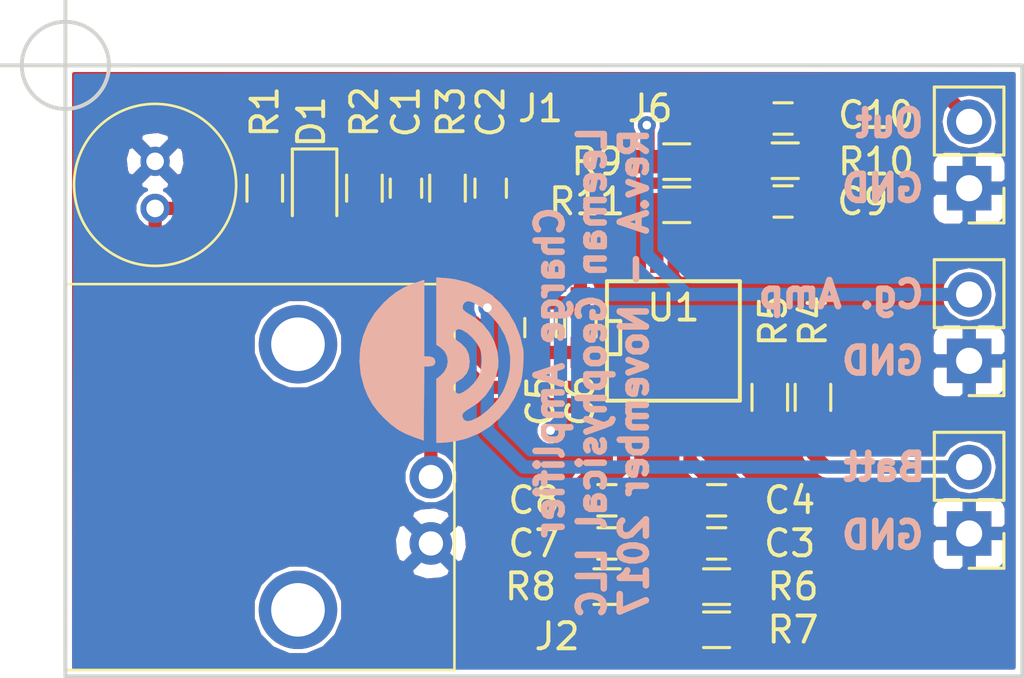
<source format=kicad_pcb>
(kicad_pcb (version 4) (host pcbnew 4.0.5)

  (general
    (links 50)
    (no_connects 0)
    (area 78.664999 128.956999 115.391001 152.475001)
    (thickness 1.6)
    (drawings 12)
    (tracks 113)
    (zones 0)
    (modules 32)
    (nets 16)
  )

  (page A4)
  (layers
    (0 F.Cu signal)
    (31 B.Cu signal)
    (32 B.Adhes user)
    (33 F.Adhes user)
    (34 B.Paste user)
    (35 F.Paste user)
    (36 B.SilkS user)
    (37 F.SilkS user)
    (38 B.Mask user)
    (39 F.Mask user)
    (40 Dwgs.User user)
    (41 Cmts.User user)
    (42 Eco1.User user)
    (43 Eco2.User user)
    (44 Edge.Cuts user)
    (45 Margin user)
    (46 B.CrtYd user)
    (47 F.CrtYd user)
    (48 B.Fab user)
    (49 F.Fab user hide)
  )

  (setup
    (last_trace_width 0.1524)
    (user_trace_width 0.1524)
    (user_trace_width 0.254)
    (user_trace_width 0.381)
    (user_trace_width 0.508)
    (user_trace_width 0.635)
    (user_trace_width 1.27)
    (user_trace_width 2.54)
    (trace_clearance 0.1524)
    (zone_clearance 0.1524)
    (zone_45_only no)
    (trace_min 0.1524)
    (segment_width 0.2)
    (edge_width 0.15)
    (via_size 0.6858)
    (via_drill 0.3302)
    (via_min_size 0.6858)
    (via_min_drill 0.3302)
    (uvia_size 0.762)
    (uvia_drill 0.508)
    (uvias_allowed no)
    (uvia_min_size 0)
    (uvia_min_drill 0)
    (pcb_text_width 0.3)
    (pcb_text_size 1.5 1.5)
    (mod_edge_width 0.15)
    (mod_text_size 1 1)
    (mod_text_width 0.15)
    (pad_size 3 3)
    (pad_drill 2.05)
    (pad_to_mask_clearance 0.0508)
    (aux_axis_origin 0 0)
    (visible_elements FFFEFF7F)
    (pcbplotparams
      (layerselection 0x00030_80000001)
      (usegerberextensions false)
      (excludeedgelayer true)
      (linewidth 0.100000)
      (plotframeref false)
      (viasonmask false)
      (mode 1)
      (useauxorigin false)
      (hpglpennumber 1)
      (hpglpenspeed 20)
      (hpglpendiameter 15)
      (hpglpenoverlay 2)
      (psnegative false)
      (psa4output false)
      (plotreference true)
      (plotvalue true)
      (plotinvisibletext false)
      (padsonsilk false)
      (subtractmaskfromsilk false)
      (outputformat 1)
      (mirror false)
      (drillshape 1)
      (scaleselection 1)
      (outputdirectory ""))
  )

  (net 0 "")
  (net 1 "Net-(C1-Pad1)")
  (net 2 GNDA)
  (net 3 "Net-(C2-Pad1)")
  (net 4 "Net-(C3-Pad1)")
  (net 5 "Net-(C3-Pad2)")
  (net 6 "Net-(C4-Pad1)")
  (net 7 +BATT)
  (net 8 /CA_Output)
  (net 9 "Net-(C9-Pad1)")
  (net 10 /Output)
  (net 11 "Net-(C10-Pad2)")
  (net 12 "Net-(D1-Pad1)")
  (net 13 "Net-(AE1-Pad1)")
  (net 14 "Net-(R6-Pad1)")
  (net 15 "Net-(R11-Pad2)")

  (net_class Default "This is the default net class."
    (clearance 0.1524)
    (trace_width 0.1524)
    (via_dia 0.6858)
    (via_drill 0.3302)
    (uvia_dia 0.762)
    (uvia_drill 0.508)
    (add_net +BATT)
    (add_net /CA_Output)
    (add_net /Output)
    (add_net GNDA)
    (add_net "Net-(AE1-Pad1)")
    (add_net "Net-(C1-Pad1)")
    (add_net "Net-(C10-Pad2)")
    (add_net "Net-(C2-Pad1)")
    (add_net "Net-(C3-Pad1)")
    (add_net "Net-(C3-Pad2)")
    (add_net "Net-(C4-Pad1)")
    (add_net "Net-(C9-Pad1)")
    (add_net "Net-(D1-Pad1)")
    (add_net "Net-(R11-Pad2)")
    (add_net "Net-(R6-Pad1)")
  )

  (module Capacitors_SMD:C_0603_HandSoldering (layer F.Cu) (tedit 5A198291) (tstamp 5A18AAA2)
    (at 91.7575 133.731 90)
    (descr "Capacitor SMD 0603, hand soldering")
    (tags "capacitor 0603")
    (path /5A165118)
    (attr smd)
    (fp_text reference C1 (at 2.921 0 90) (layer F.SilkS)
      (effects (font (size 1 1) (thickness 0.15)))
    )
    (fp_text value 1u (at 0 1.5 90) (layer F.Fab)
      (effects (font (size 1 1) (thickness 0.15)))
    )
    (fp_text user %R (at 0 -1.25 90) (layer F.Fab)
      (effects (font (size 1 1) (thickness 0.15)))
    )
    (fp_line (start -0.8 0.4) (end -0.8 -0.4) (layer F.Fab) (width 0.1))
    (fp_line (start 0.8 0.4) (end -0.8 0.4) (layer F.Fab) (width 0.1))
    (fp_line (start 0.8 -0.4) (end 0.8 0.4) (layer F.Fab) (width 0.1))
    (fp_line (start -0.8 -0.4) (end 0.8 -0.4) (layer F.Fab) (width 0.1))
    (fp_line (start -0.35 -0.6) (end 0.35 -0.6) (layer F.SilkS) (width 0.12))
    (fp_line (start 0.35 0.6) (end -0.35 0.6) (layer F.SilkS) (width 0.12))
    (fp_line (start -1.8 -0.65) (end 1.8 -0.65) (layer F.CrtYd) (width 0.05))
    (fp_line (start -1.8 -0.65) (end -1.8 0.65) (layer F.CrtYd) (width 0.05))
    (fp_line (start 1.8 0.65) (end 1.8 -0.65) (layer F.CrtYd) (width 0.05))
    (fp_line (start 1.8 0.65) (end -1.8 0.65) (layer F.CrtYd) (width 0.05))
    (pad 1 smd rect (at -0.95 0 90) (size 1.2 0.75) (layers F.Cu F.Paste F.Mask)
      (net 1 "Net-(C1-Pad1)"))
    (pad 2 smd rect (at 0.95 0 90) (size 1.2 0.75) (layers F.Cu F.Paste F.Mask)
      (net 2 GNDA))
    (model Capacitors_SMD.3dshapes/C_0603.wrl
      (at (xyz 0 0 0))
      (scale (xyz 1 1 1))
      (rotate (xyz 0 0 0))
    )
  )

  (module Capacitors_SMD:C_0603_HandSoldering (layer F.Cu) (tedit 5A18B1DB) (tstamp 5A18AAA8)
    (at 94.996 133.731 270)
    (descr "Capacitor SMD 0603, hand soldering")
    (tags "capacitor 0603")
    (path /5A16519B)
    (attr smd)
    (fp_text reference C2 (at -2.921 0 270) (layer F.SilkS)
      (effects (font (size 1 1) (thickness 0.15)))
    )
    (fp_text value 1u (at 0 1.5 270) (layer F.Fab)
      (effects (font (size 1 1) (thickness 0.15)))
    )
    (fp_text user %R (at 0 -1.25 270) (layer F.Fab)
      (effects (font (size 1 1) (thickness 0.15)))
    )
    (fp_line (start -0.8 0.4) (end -0.8 -0.4) (layer F.Fab) (width 0.1))
    (fp_line (start 0.8 0.4) (end -0.8 0.4) (layer F.Fab) (width 0.1))
    (fp_line (start 0.8 -0.4) (end 0.8 0.4) (layer F.Fab) (width 0.1))
    (fp_line (start -0.8 -0.4) (end 0.8 -0.4) (layer F.Fab) (width 0.1))
    (fp_line (start -0.35 -0.6) (end 0.35 -0.6) (layer F.SilkS) (width 0.12))
    (fp_line (start 0.35 0.6) (end -0.35 0.6) (layer F.SilkS) (width 0.12))
    (fp_line (start -1.8 -0.65) (end 1.8 -0.65) (layer F.CrtYd) (width 0.05))
    (fp_line (start -1.8 -0.65) (end -1.8 0.65) (layer F.CrtYd) (width 0.05))
    (fp_line (start 1.8 0.65) (end 1.8 -0.65) (layer F.CrtYd) (width 0.05))
    (fp_line (start 1.8 0.65) (end -1.8 0.65) (layer F.CrtYd) (width 0.05))
    (pad 1 smd rect (at -0.95 0 270) (size 1.2 0.75) (layers F.Cu F.Paste F.Mask)
      (net 3 "Net-(C2-Pad1)"))
    (pad 2 smd rect (at 0.95 0 270) (size 1.2 0.75) (layers F.Cu F.Paste F.Mask)
      (net 2 GNDA))
    (model Capacitors_SMD.3dshapes/C_0603.wrl
      (at (xyz 0 0 0))
      (scale (xyz 1 1 1))
      (rotate (xyz 0 0 0))
    )
  )

  (module Capacitors_SMD:C_0603_HandSoldering (layer F.Cu) (tedit 5A18AEE9) (tstamp 5A18AAAE)
    (at 103.632 147.32)
    (descr "Capacitor SMD 0603, hand soldering")
    (tags "capacitor 0603")
    (path /5A1659A8)
    (attr smd)
    (fp_text reference C3 (at 2.794 0) (layer F.SilkS)
      (effects (font (size 1 1) (thickness 0.15)))
    )
    (fp_text value 0.1u (at 0 1.5) (layer F.Fab)
      (effects (font (size 1 1) (thickness 0.15)))
    )
    (fp_text user %R (at 0 -1.25) (layer F.Fab)
      (effects (font (size 1 1) (thickness 0.15)))
    )
    (fp_line (start -0.8 0.4) (end -0.8 -0.4) (layer F.Fab) (width 0.1))
    (fp_line (start 0.8 0.4) (end -0.8 0.4) (layer F.Fab) (width 0.1))
    (fp_line (start 0.8 -0.4) (end 0.8 0.4) (layer F.Fab) (width 0.1))
    (fp_line (start -0.8 -0.4) (end 0.8 -0.4) (layer F.Fab) (width 0.1))
    (fp_line (start -0.35 -0.6) (end 0.35 -0.6) (layer F.SilkS) (width 0.12))
    (fp_line (start 0.35 0.6) (end -0.35 0.6) (layer F.SilkS) (width 0.12))
    (fp_line (start -1.8 -0.65) (end 1.8 -0.65) (layer F.CrtYd) (width 0.05))
    (fp_line (start -1.8 -0.65) (end -1.8 0.65) (layer F.CrtYd) (width 0.05))
    (fp_line (start 1.8 0.65) (end 1.8 -0.65) (layer F.CrtYd) (width 0.05))
    (fp_line (start 1.8 0.65) (end -1.8 0.65) (layer F.CrtYd) (width 0.05))
    (pad 1 smd rect (at -0.95 0) (size 1.2 0.75) (layers F.Cu F.Paste F.Mask)
      (net 4 "Net-(C3-Pad1)"))
    (pad 2 smd rect (at 0.95 0) (size 1.2 0.75) (layers F.Cu F.Paste F.Mask)
      (net 5 "Net-(C3-Pad2)"))
    (model Capacitors_SMD.3dshapes/C_0603.wrl
      (at (xyz 0 0 0))
      (scale (xyz 1 1 1))
      (rotate (xyz 0 0 0))
    )
  )

  (module Capacitors_SMD:C_0603_HandSoldering (layer F.Cu) (tedit 5A18AEE8) (tstamp 5A18AAB4)
    (at 103.632 145.669)
    (descr "Capacitor SMD 0603, hand soldering")
    (tags "capacitor 0603")
    (path /5A165899)
    (attr smd)
    (fp_text reference C4 (at 2.794 0) (layer F.SilkS)
      (effects (font (size 1 1) (thickness 0.15)))
    )
    (fp_text value 0.1u (at 0 1.5) (layer F.Fab)
      (effects (font (size 1 1) (thickness 0.15)))
    )
    (fp_text user %R (at 0 -1.25) (layer F.Fab)
      (effects (font (size 1 1) (thickness 0.15)))
    )
    (fp_line (start -0.8 0.4) (end -0.8 -0.4) (layer F.Fab) (width 0.1))
    (fp_line (start 0.8 0.4) (end -0.8 0.4) (layer F.Fab) (width 0.1))
    (fp_line (start 0.8 -0.4) (end 0.8 0.4) (layer F.Fab) (width 0.1))
    (fp_line (start -0.8 -0.4) (end 0.8 -0.4) (layer F.Fab) (width 0.1))
    (fp_line (start -0.35 -0.6) (end 0.35 -0.6) (layer F.SilkS) (width 0.12))
    (fp_line (start 0.35 0.6) (end -0.35 0.6) (layer F.SilkS) (width 0.12))
    (fp_line (start -1.8 -0.65) (end 1.8 -0.65) (layer F.CrtYd) (width 0.05))
    (fp_line (start -1.8 -0.65) (end -1.8 0.65) (layer F.CrtYd) (width 0.05))
    (fp_line (start 1.8 0.65) (end 1.8 -0.65) (layer F.CrtYd) (width 0.05))
    (fp_line (start 1.8 0.65) (end -1.8 0.65) (layer F.CrtYd) (width 0.05))
    (pad 1 smd rect (at -0.95 0) (size 1.2 0.75) (layers F.Cu F.Paste F.Mask)
      (net 6 "Net-(C4-Pad1)"))
    (pad 2 smd rect (at 0.95 0) (size 1.2 0.75) (layers F.Cu F.Paste F.Mask)
      (net 5 "Net-(C3-Pad2)"))
    (model Capacitors_SMD.3dshapes/C_0603.wrl
      (at (xyz 0 0 0))
      (scale (xyz 1 1 1))
      (rotate (xyz 0 0 0))
    )
  )

  (module Capacitors_SMD:C_0603_HandSoldering (layer F.Cu) (tedit 5A18AFAE) (tstamp 5A18AABA)
    (at 96.901 139.065 90)
    (descr "Capacitor SMD 0603, hand soldering")
    (tags "capacitor 0603")
    (path /5A1652C4)
    (attr smd)
    (fp_text reference C5 (at -2.794 0 90) (layer F.SilkS)
      (effects (font (size 1 1) (thickness 0.15)))
    )
    (fp_text value 1u (at 0 1.5 90) (layer F.Fab)
      (effects (font (size 1 1) (thickness 0.15)))
    )
    (fp_text user %R (at 0 -1.25 90) (layer F.Fab)
      (effects (font (size 1 1) (thickness 0.15)))
    )
    (fp_line (start -0.8 0.4) (end -0.8 -0.4) (layer F.Fab) (width 0.1))
    (fp_line (start 0.8 0.4) (end -0.8 0.4) (layer F.Fab) (width 0.1))
    (fp_line (start 0.8 -0.4) (end 0.8 0.4) (layer F.Fab) (width 0.1))
    (fp_line (start -0.8 -0.4) (end 0.8 -0.4) (layer F.Fab) (width 0.1))
    (fp_line (start -0.35 -0.6) (end 0.35 -0.6) (layer F.SilkS) (width 0.12))
    (fp_line (start 0.35 0.6) (end -0.35 0.6) (layer F.SilkS) (width 0.12))
    (fp_line (start -1.8 -0.65) (end 1.8 -0.65) (layer F.CrtYd) (width 0.05))
    (fp_line (start -1.8 -0.65) (end -1.8 0.65) (layer F.CrtYd) (width 0.05))
    (fp_line (start 1.8 0.65) (end 1.8 -0.65) (layer F.CrtYd) (width 0.05))
    (fp_line (start 1.8 0.65) (end -1.8 0.65) (layer F.CrtYd) (width 0.05))
    (pad 1 smd rect (at -0.95 0 90) (size 1.2 0.75) (layers F.Cu F.Paste F.Mask)
      (net 2 GNDA))
    (pad 2 smd rect (at 0.95 0 90) (size 1.2 0.75) (layers F.Cu F.Paste F.Mask)
      (net 7 +BATT))
    (model Capacitors_SMD.3dshapes/C_0603.wrl
      (at (xyz 0 0 0))
      (scale (xyz 1 1 1))
      (rotate (xyz 0 0 0))
    )
  )

  (module Capacitors_SMD:C_0603_HandSoldering (layer F.Cu) (tedit 5A18AFA5) (tstamp 5A18AAC0)
    (at 98.425 139.065 90)
    (descr "Capacitor SMD 0603, hand soldering")
    (tags "capacitor 0603")
    (path /5A16533C)
    (attr smd)
    (fp_text reference C6 (at -2.794 0 90) (layer F.SilkS)
      (effects (font (size 1 1) (thickness 0.15)))
    )
    (fp_text value 0.1u (at 0 1.5 90) (layer F.Fab)
      (effects (font (size 1 1) (thickness 0.15)))
    )
    (fp_text user %R (at 0 -1.25 90) (layer F.Fab)
      (effects (font (size 1 1) (thickness 0.15)))
    )
    (fp_line (start -0.8 0.4) (end -0.8 -0.4) (layer F.Fab) (width 0.1))
    (fp_line (start 0.8 0.4) (end -0.8 0.4) (layer F.Fab) (width 0.1))
    (fp_line (start 0.8 -0.4) (end 0.8 0.4) (layer F.Fab) (width 0.1))
    (fp_line (start -0.8 -0.4) (end 0.8 -0.4) (layer F.Fab) (width 0.1))
    (fp_line (start -0.35 -0.6) (end 0.35 -0.6) (layer F.SilkS) (width 0.12))
    (fp_line (start 0.35 0.6) (end -0.35 0.6) (layer F.SilkS) (width 0.12))
    (fp_line (start -1.8 -0.65) (end 1.8 -0.65) (layer F.CrtYd) (width 0.05))
    (fp_line (start -1.8 -0.65) (end -1.8 0.65) (layer F.CrtYd) (width 0.05))
    (fp_line (start 1.8 0.65) (end 1.8 -0.65) (layer F.CrtYd) (width 0.05))
    (fp_line (start 1.8 0.65) (end -1.8 0.65) (layer F.CrtYd) (width 0.05))
    (pad 1 smd rect (at -0.95 0 90) (size 1.2 0.75) (layers F.Cu F.Paste F.Mask)
      (net 2 GNDA))
    (pad 2 smd rect (at 0.95 0 90) (size 1.2 0.75) (layers F.Cu F.Paste F.Mask)
      (net 7 +BATT))
    (model Capacitors_SMD.3dshapes/C_0603.wrl
      (at (xyz 0 0 0))
      (scale (xyz 1 1 1))
      (rotate (xyz 0 0 0))
    )
  )

  (module Capacitors_SMD:C_0603_HandSoldering (layer F.Cu) (tedit 5A18AEF5) (tstamp 5A18AAC6)
    (at 99.441 147.32)
    (descr "Capacitor SMD 0603, hand soldering")
    (tags "capacitor 0603")
    (path /5A165954)
    (attr smd)
    (fp_text reference C7 (at -2.794 0) (layer F.SilkS)
      (effects (font (size 1 1) (thickness 0.15)))
    )
    (fp_text value 0.1u (at 0 1.5) (layer F.Fab)
      (effects (font (size 1 1) (thickness 0.15)))
    )
    (fp_text user %R (at 0 -1.25) (layer F.Fab)
      (effects (font (size 1 1) (thickness 0.15)))
    )
    (fp_line (start -0.8 0.4) (end -0.8 -0.4) (layer F.Fab) (width 0.1))
    (fp_line (start 0.8 0.4) (end -0.8 0.4) (layer F.Fab) (width 0.1))
    (fp_line (start 0.8 -0.4) (end 0.8 0.4) (layer F.Fab) (width 0.1))
    (fp_line (start -0.8 -0.4) (end 0.8 -0.4) (layer F.Fab) (width 0.1))
    (fp_line (start -0.35 -0.6) (end 0.35 -0.6) (layer F.SilkS) (width 0.12))
    (fp_line (start 0.35 0.6) (end -0.35 0.6) (layer F.SilkS) (width 0.12))
    (fp_line (start -1.8 -0.65) (end 1.8 -0.65) (layer F.CrtYd) (width 0.05))
    (fp_line (start -1.8 -0.65) (end -1.8 0.65) (layer F.CrtYd) (width 0.05))
    (fp_line (start 1.8 0.65) (end 1.8 -0.65) (layer F.CrtYd) (width 0.05))
    (fp_line (start 1.8 0.65) (end -1.8 0.65) (layer F.CrtYd) (width 0.05))
    (pad 1 smd rect (at -0.95 0) (size 1.2 0.75) (layers F.Cu F.Paste F.Mask)
      (net 8 /CA_Output))
    (pad 2 smd rect (at 0.95 0) (size 1.2 0.75) (layers F.Cu F.Paste F.Mask)
      (net 4 "Net-(C3-Pad1)"))
    (model Capacitors_SMD.3dshapes/C_0603.wrl
      (at (xyz 0 0 0))
      (scale (xyz 1 1 1))
      (rotate (xyz 0 0 0))
    )
  )

  (module Capacitors_SMD:C_0603_HandSoldering (layer F.Cu) (tedit 5A18AEF0) (tstamp 5A18AACC)
    (at 99.441 145.669)
    (descr "Capacitor SMD 0603, hand soldering")
    (tags "capacitor 0603")
    (path /5A1658FC)
    (attr smd)
    (fp_text reference C8 (at -2.794 0) (layer F.SilkS)
      (effects (font (size 1 1) (thickness 0.15)))
    )
    (fp_text value 0.1u (at 0 1.5) (layer F.Fab)
      (effects (font (size 1 1) (thickness 0.15)))
    )
    (fp_text user %R (at 0 -1.25) (layer F.Fab)
      (effects (font (size 1 1) (thickness 0.15)))
    )
    (fp_line (start -0.8 0.4) (end -0.8 -0.4) (layer F.Fab) (width 0.1))
    (fp_line (start 0.8 0.4) (end -0.8 0.4) (layer F.Fab) (width 0.1))
    (fp_line (start 0.8 -0.4) (end 0.8 0.4) (layer F.Fab) (width 0.1))
    (fp_line (start -0.8 -0.4) (end 0.8 -0.4) (layer F.Fab) (width 0.1))
    (fp_line (start -0.35 -0.6) (end 0.35 -0.6) (layer F.SilkS) (width 0.12))
    (fp_line (start 0.35 0.6) (end -0.35 0.6) (layer F.SilkS) (width 0.12))
    (fp_line (start -1.8 -0.65) (end 1.8 -0.65) (layer F.CrtYd) (width 0.05))
    (fp_line (start -1.8 -0.65) (end -1.8 0.65) (layer F.CrtYd) (width 0.05))
    (fp_line (start 1.8 0.65) (end 1.8 -0.65) (layer F.CrtYd) (width 0.05))
    (fp_line (start 1.8 0.65) (end -1.8 0.65) (layer F.CrtYd) (width 0.05))
    (pad 1 smd rect (at -0.95 0) (size 1.2 0.75) (layers F.Cu F.Paste F.Mask)
      (net 8 /CA_Output))
    (pad 2 smd rect (at 0.95 0) (size 1.2 0.75) (layers F.Cu F.Paste F.Mask)
      (net 6 "Net-(C4-Pad1)"))
    (model Capacitors_SMD.3dshapes/C_0603.wrl
      (at (xyz 0 0 0))
      (scale (xyz 1 1 1))
      (rotate (xyz 0 0 0))
    )
  )

  (module Capacitors_SMD:C_0603_HandSoldering (layer F.Cu) (tedit 5A18AFC4) (tstamp 5A18AAD2)
    (at 106.172 134.239 180)
    (descr "Capacitor SMD 0603, hand soldering")
    (tags "capacitor 0603")
    (path /5A16ED57)
    (attr smd)
    (fp_text reference C9 (at -3.048 0 180) (layer F.SilkS)
      (effects (font (size 1 1) (thickness 0.15)))
    )
    (fp_text value C (at 0 1.5 180) (layer F.Fab)
      (effects (font (size 1 1) (thickness 0.15)))
    )
    (fp_text user %R (at 0 -1.25 180) (layer F.Fab)
      (effects (font (size 1 1) (thickness 0.15)))
    )
    (fp_line (start -0.8 0.4) (end -0.8 -0.4) (layer F.Fab) (width 0.1))
    (fp_line (start 0.8 0.4) (end -0.8 0.4) (layer F.Fab) (width 0.1))
    (fp_line (start 0.8 -0.4) (end 0.8 0.4) (layer F.Fab) (width 0.1))
    (fp_line (start -0.8 -0.4) (end 0.8 -0.4) (layer F.Fab) (width 0.1))
    (fp_line (start -0.35 -0.6) (end 0.35 -0.6) (layer F.SilkS) (width 0.12))
    (fp_line (start 0.35 0.6) (end -0.35 0.6) (layer F.SilkS) (width 0.12))
    (fp_line (start -1.8 -0.65) (end 1.8 -0.65) (layer F.CrtYd) (width 0.05))
    (fp_line (start -1.8 -0.65) (end -1.8 0.65) (layer F.CrtYd) (width 0.05))
    (fp_line (start 1.8 0.65) (end 1.8 -0.65) (layer F.CrtYd) (width 0.05))
    (fp_line (start 1.8 0.65) (end -1.8 0.65) (layer F.CrtYd) (width 0.05))
    (pad 1 smd rect (at -0.95 0 180) (size 1.2 0.75) (layers F.Cu F.Paste F.Mask)
      (net 9 "Net-(C9-Pad1)"))
    (pad 2 smd rect (at 0.95 0 180) (size 1.2 0.75) (layers F.Cu F.Paste F.Mask)
      (net 2 GNDA))
    (model Capacitors_SMD.3dshapes/C_0603.wrl
      (at (xyz 0 0 0))
      (scale (xyz 1 1 1))
      (rotate (xyz 0 0 0))
    )
  )

  (module Capacitors_SMD:C_0603_HandSoldering (layer F.Cu) (tedit 5A18AFD5) (tstamp 5A18AAD8)
    (at 106.172 131.064 180)
    (descr "Capacitor SMD 0603, hand soldering")
    (tags "capacitor 0603")
    (path /5A16FAA0)
    (attr smd)
    (fp_text reference C10 (at -3.556 0.127 180) (layer F.SilkS)
      (effects (font (size 1 1) (thickness 0.15)))
    )
    (fp_text value C (at 0 1.5 180) (layer F.Fab)
      (effects (font (size 1 1) (thickness 0.15)))
    )
    (fp_text user %R (at 0 -1.25 180) (layer F.Fab)
      (effects (font (size 1 1) (thickness 0.15)))
    )
    (fp_line (start -0.8 0.4) (end -0.8 -0.4) (layer F.Fab) (width 0.1))
    (fp_line (start 0.8 0.4) (end -0.8 0.4) (layer F.Fab) (width 0.1))
    (fp_line (start 0.8 -0.4) (end 0.8 0.4) (layer F.Fab) (width 0.1))
    (fp_line (start -0.8 -0.4) (end 0.8 -0.4) (layer F.Fab) (width 0.1))
    (fp_line (start -0.35 -0.6) (end 0.35 -0.6) (layer F.SilkS) (width 0.12))
    (fp_line (start 0.35 0.6) (end -0.35 0.6) (layer F.SilkS) (width 0.12))
    (fp_line (start -1.8 -0.65) (end 1.8 -0.65) (layer F.CrtYd) (width 0.05))
    (fp_line (start -1.8 -0.65) (end -1.8 0.65) (layer F.CrtYd) (width 0.05))
    (fp_line (start 1.8 0.65) (end 1.8 -0.65) (layer F.CrtYd) (width 0.05))
    (fp_line (start 1.8 0.65) (end -1.8 0.65) (layer F.CrtYd) (width 0.05))
    (pad 1 smd rect (at -0.95 0 180) (size 1.2 0.75) (layers F.Cu F.Paste F.Mask)
      (net 10 /Output))
    (pad 2 smd rect (at 0.95 0 180) (size 1.2 0.75) (layers F.Cu F.Paste F.Mask)
      (net 11 "Net-(C10-Pad2)"))
    (model Capacitors_SMD.3dshapes/C_0603.wrl
      (at (xyz 0 0 0))
      (scale (xyz 1 1 1))
      (rotate (xyz 0 0 0))
    )
  )

  (module Diodes_SMD:D_SOD-323 (layer F.Cu) (tedit 5A18B18A) (tstamp 5A18AADE)
    (at 88.265 133.731 270)
    (descr SOD-323)
    (tags SOD-323)
    (path /5A16DB06)
    (attr smd)
    (fp_text reference D1 (at -2.54 0.127 270) (layer F.SilkS)
      (effects (font (size 1 1) (thickness 0.15)))
    )
    (fp_text value D_Schottky (at 0.1 1.9 270) (layer F.Fab)
      (effects (font (size 1 1) (thickness 0.15)))
    )
    (fp_text user %R (at 0 -1.85 270) (layer F.Fab)
      (effects (font (size 1 1) (thickness 0.15)))
    )
    (fp_line (start -1.5 -0.85) (end -1.5 0.85) (layer F.SilkS) (width 0.12))
    (fp_line (start 0.2 0) (end 0.45 0) (layer F.Fab) (width 0.1))
    (fp_line (start 0.2 0.35) (end -0.3 0) (layer F.Fab) (width 0.1))
    (fp_line (start 0.2 -0.35) (end 0.2 0.35) (layer F.Fab) (width 0.1))
    (fp_line (start -0.3 0) (end 0.2 -0.35) (layer F.Fab) (width 0.1))
    (fp_line (start -0.3 0) (end -0.5 0) (layer F.Fab) (width 0.1))
    (fp_line (start -0.3 -0.35) (end -0.3 0.35) (layer F.Fab) (width 0.1))
    (fp_line (start -0.9 0.7) (end -0.9 -0.7) (layer F.Fab) (width 0.1))
    (fp_line (start 0.9 0.7) (end -0.9 0.7) (layer F.Fab) (width 0.1))
    (fp_line (start 0.9 -0.7) (end 0.9 0.7) (layer F.Fab) (width 0.1))
    (fp_line (start -0.9 -0.7) (end 0.9 -0.7) (layer F.Fab) (width 0.1))
    (fp_line (start -1.6 -0.95) (end 1.6 -0.95) (layer F.CrtYd) (width 0.05))
    (fp_line (start 1.6 -0.95) (end 1.6 0.95) (layer F.CrtYd) (width 0.05))
    (fp_line (start -1.6 0.95) (end 1.6 0.95) (layer F.CrtYd) (width 0.05))
    (fp_line (start -1.6 -0.95) (end -1.6 0.95) (layer F.CrtYd) (width 0.05))
    (fp_line (start -1.5 0.85) (end 1.05 0.85) (layer F.SilkS) (width 0.12))
    (fp_line (start -1.5 -0.85) (end 1.05 -0.85) (layer F.SilkS) (width 0.12))
    (pad 1 smd rect (at -1.05 0 270) (size 0.6 0.45) (layers F.Cu F.Paste F.Mask)
      (net 12 "Net-(D1-Pad1)"))
    (pad 2 smd rect (at 1.05 0 270) (size 0.6 0.45) (layers F.Cu F.Paste F.Mask)
      (net 2 GNDA))
    (model ${KISYS3DMOD}/Diodes_SMD.3dshapes/D_SOD-323.wrl
      (at (xyz 0 0 0))
      (scale (xyz 1 1 1))
      (rotate (xyz 0 0 0))
    )
  )

  (module Pin_Headers:Pin_Header_Straight_1x02_Pitch2.54mm (layer F.Cu) (tedit 5A18B5F8) (tstamp 5A18AAEE)
    (at 113.284 133.731 180)
    (descr "Through hole straight pin header, 1x02, 2.54mm pitch, single row")
    (tags "Through hole pin header THT 1x02 2.54mm single row")
    (path /5A1661C2)
    (fp_text reference J3 (at 2.794 -1.397 180) (layer F.SilkS) hide
      (effects (font (size 1 1) (thickness 0.15)))
    )
    (fp_text value Conn_01x02 (at 0 4.87 180) (layer F.Fab)
      (effects (font (size 1 1) (thickness 0.15)))
    )
    (fp_line (start -0.635 -1.27) (end 1.27 -1.27) (layer F.Fab) (width 0.1))
    (fp_line (start 1.27 -1.27) (end 1.27 3.81) (layer F.Fab) (width 0.1))
    (fp_line (start 1.27 3.81) (end -1.27 3.81) (layer F.Fab) (width 0.1))
    (fp_line (start -1.27 3.81) (end -1.27 -0.635) (layer F.Fab) (width 0.1))
    (fp_line (start -1.27 -0.635) (end -0.635 -1.27) (layer F.Fab) (width 0.1))
    (fp_line (start -1.33 3.87) (end 1.33 3.87) (layer F.SilkS) (width 0.12))
    (fp_line (start -1.33 1.27) (end -1.33 3.87) (layer F.SilkS) (width 0.12))
    (fp_line (start 1.33 1.27) (end 1.33 3.87) (layer F.SilkS) (width 0.12))
    (fp_line (start -1.33 1.27) (end 1.33 1.27) (layer F.SilkS) (width 0.12))
    (fp_line (start -1.33 0) (end -1.33 -1.33) (layer F.SilkS) (width 0.12))
    (fp_line (start -1.33 -1.33) (end 0 -1.33) (layer F.SilkS) (width 0.12))
    (fp_line (start -1.8 -1.8) (end -1.8 4.35) (layer F.CrtYd) (width 0.05))
    (fp_line (start -1.8 4.35) (end 1.8 4.35) (layer F.CrtYd) (width 0.05))
    (fp_line (start 1.8 4.35) (end 1.8 -1.8) (layer F.CrtYd) (width 0.05))
    (fp_line (start 1.8 -1.8) (end -1.8 -1.8) (layer F.CrtYd) (width 0.05))
    (fp_text user %R (at 0 1.27 270) (layer F.Fab)
      (effects (font (size 1 1) (thickness 0.15)))
    )
    (pad 1 thru_hole rect (at 0 0 180) (size 1.7 1.7) (drill 1) (layers *.Cu *.Mask)
      (net 2 GNDA))
    (pad 2 thru_hole oval (at 0 2.54 180) (size 1.7 1.7) (drill 1) (layers *.Cu *.Mask)
      (net 10 /Output))
    (model ${KISYS3DMOD}/Pin_Headers.3dshapes/Pin_Header_Straight_1x02_Pitch2.54mm.wrl
      (at (xyz 0 0 0))
      (scale (xyz 1 1 1))
      (rotate (xyz 0 0 0))
    )
  )

  (module Pin_Headers:Pin_Header_Straight_1x02_Pitch2.54mm (layer F.Cu) (tedit 5A18B5FA) (tstamp 5A18AAF4)
    (at 113.284 140.335 180)
    (descr "Through hole straight pin header, 1x02, 2.54mm pitch, single row")
    (tags "Through hole pin header THT 1x02 2.54mm single row")
    (path /5A166245)
    (fp_text reference J4 (at 2.794 -1.27 180) (layer F.SilkS) hide
      (effects (font (size 1 1) (thickness 0.15)))
    )
    (fp_text value Conn_01x02 (at 0 4.87 180) (layer F.Fab)
      (effects (font (size 1 1) (thickness 0.15)))
    )
    (fp_line (start -0.635 -1.27) (end 1.27 -1.27) (layer F.Fab) (width 0.1))
    (fp_line (start 1.27 -1.27) (end 1.27 3.81) (layer F.Fab) (width 0.1))
    (fp_line (start 1.27 3.81) (end -1.27 3.81) (layer F.Fab) (width 0.1))
    (fp_line (start -1.27 3.81) (end -1.27 -0.635) (layer F.Fab) (width 0.1))
    (fp_line (start -1.27 -0.635) (end -0.635 -1.27) (layer F.Fab) (width 0.1))
    (fp_line (start -1.33 3.87) (end 1.33 3.87) (layer F.SilkS) (width 0.12))
    (fp_line (start -1.33 1.27) (end -1.33 3.87) (layer F.SilkS) (width 0.12))
    (fp_line (start 1.33 1.27) (end 1.33 3.87) (layer F.SilkS) (width 0.12))
    (fp_line (start -1.33 1.27) (end 1.33 1.27) (layer F.SilkS) (width 0.12))
    (fp_line (start -1.33 0) (end -1.33 -1.33) (layer F.SilkS) (width 0.12))
    (fp_line (start -1.33 -1.33) (end 0 -1.33) (layer F.SilkS) (width 0.12))
    (fp_line (start -1.8 -1.8) (end -1.8 4.35) (layer F.CrtYd) (width 0.05))
    (fp_line (start -1.8 4.35) (end 1.8 4.35) (layer F.CrtYd) (width 0.05))
    (fp_line (start 1.8 4.35) (end 1.8 -1.8) (layer F.CrtYd) (width 0.05))
    (fp_line (start 1.8 -1.8) (end -1.8 -1.8) (layer F.CrtYd) (width 0.05))
    (fp_text user %R (at 0 1.27 270) (layer F.Fab)
      (effects (font (size 1 1) (thickness 0.15)))
    )
    (pad 1 thru_hole rect (at 0 0 180) (size 1.7 1.7) (drill 1) (layers *.Cu *.Mask)
      (net 2 GNDA))
    (pad 2 thru_hole oval (at 0 2.54 180) (size 1.7 1.7) (drill 1) (layers *.Cu *.Mask)
      (net 8 /CA_Output))
    (model ${KISYS3DMOD}/Pin_Headers.3dshapes/Pin_Header_Straight_1x02_Pitch2.54mm.wrl
      (at (xyz 0 0 0))
      (scale (xyz 1 1 1))
      (rotate (xyz 0 0 0))
    )
  )

  (module Pin_Headers:Pin_Header_Straight_1x02_Pitch2.54mm (layer F.Cu) (tedit 5A18B5FD) (tstamp 5A18AAFA)
    (at 113.284 146.939 180)
    (descr "Through hole straight pin header, 1x02, 2.54mm pitch, single row")
    (tags "Through hole pin header THT 1x02 2.54mm single row")
    (path /5A17081D)
    (fp_text reference J5 (at 2.794 -1.397 180) (layer F.SilkS) hide
      (effects (font (size 1 1) (thickness 0.15)))
    )
    (fp_text value Conn_01x02 (at 0 4.87 180) (layer F.Fab)
      (effects (font (size 1 1) (thickness 0.15)))
    )
    (fp_line (start -0.635 -1.27) (end 1.27 -1.27) (layer F.Fab) (width 0.1))
    (fp_line (start 1.27 -1.27) (end 1.27 3.81) (layer F.Fab) (width 0.1))
    (fp_line (start 1.27 3.81) (end -1.27 3.81) (layer F.Fab) (width 0.1))
    (fp_line (start -1.27 3.81) (end -1.27 -0.635) (layer F.Fab) (width 0.1))
    (fp_line (start -1.27 -0.635) (end -0.635 -1.27) (layer F.Fab) (width 0.1))
    (fp_line (start -1.33 3.87) (end 1.33 3.87) (layer F.SilkS) (width 0.12))
    (fp_line (start -1.33 1.27) (end -1.33 3.87) (layer F.SilkS) (width 0.12))
    (fp_line (start 1.33 1.27) (end 1.33 3.87) (layer F.SilkS) (width 0.12))
    (fp_line (start -1.33 1.27) (end 1.33 1.27) (layer F.SilkS) (width 0.12))
    (fp_line (start -1.33 0) (end -1.33 -1.33) (layer F.SilkS) (width 0.12))
    (fp_line (start -1.33 -1.33) (end 0 -1.33) (layer F.SilkS) (width 0.12))
    (fp_line (start -1.8 -1.8) (end -1.8 4.35) (layer F.CrtYd) (width 0.05))
    (fp_line (start -1.8 4.35) (end 1.8 4.35) (layer F.CrtYd) (width 0.05))
    (fp_line (start 1.8 4.35) (end 1.8 -1.8) (layer F.CrtYd) (width 0.05))
    (fp_line (start 1.8 -1.8) (end -1.8 -1.8) (layer F.CrtYd) (width 0.05))
    (fp_text user %R (at 0 1.27 270) (layer F.Fab)
      (effects (font (size 1 1) (thickness 0.15)))
    )
    (pad 1 thru_hole rect (at 0 0 180) (size 1.7 1.7) (drill 1) (layers *.Cu *.Mask)
      (net 2 GNDA))
    (pad 2 thru_hole oval (at 0 2.54 180) (size 1.7 1.7) (drill 1) (layers *.Cu *.Mask)
      (net 7 +BATT))
    (model ${KISYS3DMOD}/Pin_Headers.3dshapes/Pin_Header_Straight_1x02_Pitch2.54mm.wrl
      (at (xyz 0 0 0))
      (scale (xyz 1 1 1))
      (rotate (xyz 0 0 0))
    )
  )

  (module lib_fp:A1D-T (layer F.Cu) (tedit 5A18B5EA) (tstamp 5A18AB05)
    (at 82.169 133.604 270)
    (path /5A164FCF)
    (fp_text reference NE1 (at 0 4.3688 270) (layer F.SilkS) hide
      (effects (font (size 1 1) (thickness 0.15)))
    )
    (fp_text value Lamp_Neon (at 0 -1.27 270) (layer F.Fab)
      (effects (font (size 1 1) (thickness 0.15)))
    )
    (fp_circle (center 0 0) (end 0 3.0988) (layer F.SilkS) (width 0.1))
    (pad 1 thru_hole circle (at -0.9 0 270) (size 1.12 1.12) (drill 0.67) (layers *.Cu *.Mask)
      (net 2 GNDA))
    (pad 2 thru_hole circle (at 0.9 0 270) (size 1.12 1.12) (drill 0.67) (layers *.Cu *.Mask)
      (net 13 "Net-(AE1-Pad1)"))
  )

  (module Resistors_SMD:R_0603_HandSoldering (layer F.Cu) (tedit 5A18B176) (tstamp 5A18AB0B)
    (at 86.36 133.731 270)
    (descr "Resistor SMD 0603, hand soldering")
    (tags "resistor 0603")
    (path /5A164FEA)
    (attr smd)
    (fp_text reference R1 (at -2.921 0 270) (layer F.SilkS)
      (effects (font (size 1 1) (thickness 0.15)))
    )
    (fp_text value R (at 0 1.55 270) (layer F.Fab)
      (effects (font (size 1 1) (thickness 0.15)))
    )
    (fp_text user %R (at 0 0 270) (layer F.Fab)
      (effects (font (size 0.4 0.4) (thickness 0.075)))
    )
    (fp_line (start -0.8 0.4) (end -0.8 -0.4) (layer F.Fab) (width 0.1))
    (fp_line (start 0.8 0.4) (end -0.8 0.4) (layer F.Fab) (width 0.1))
    (fp_line (start 0.8 -0.4) (end 0.8 0.4) (layer F.Fab) (width 0.1))
    (fp_line (start -0.8 -0.4) (end 0.8 -0.4) (layer F.Fab) (width 0.1))
    (fp_line (start 0.5 0.68) (end -0.5 0.68) (layer F.SilkS) (width 0.12))
    (fp_line (start -0.5 -0.68) (end 0.5 -0.68) (layer F.SilkS) (width 0.12))
    (fp_line (start -1.96 -0.7) (end 1.95 -0.7) (layer F.CrtYd) (width 0.05))
    (fp_line (start -1.96 -0.7) (end -1.96 0.7) (layer F.CrtYd) (width 0.05))
    (fp_line (start 1.95 0.7) (end 1.95 -0.7) (layer F.CrtYd) (width 0.05))
    (fp_line (start 1.95 0.7) (end -1.96 0.7) (layer F.CrtYd) (width 0.05))
    (pad 1 smd rect (at -1.1 0 270) (size 1.2 0.9) (layers F.Cu F.Paste F.Mask)
      (net 12 "Net-(D1-Pad1)"))
    (pad 2 smd rect (at 1.1 0 270) (size 1.2 0.9) (layers F.Cu F.Paste F.Mask)
      (net 13 "Net-(AE1-Pad1)"))
    (model ${KISYS3DMOD}/Resistors_SMD.3dshapes/R_0603.wrl
      (at (xyz 0 0 0))
      (scale (xyz 1 1 1))
      (rotate (xyz 0 0 0))
    )
  )

  (module Resistors_SMD:R_0603_HandSoldering (layer F.Cu) (tedit 5A18B199) (tstamp 5A18AB11)
    (at 90.17 133.731 90)
    (descr "Resistor SMD 0603, hand soldering")
    (tags "resistor 0603")
    (path /5A165061)
    (attr smd)
    (fp_text reference R2 (at 2.921 0 90) (layer F.SilkS)
      (effects (font (size 1 1) (thickness 0.15)))
    )
    (fp_text value R (at 0 1.55 90) (layer F.Fab)
      (effects (font (size 1 1) (thickness 0.15)))
    )
    (fp_text user %R (at 0 0 90) (layer F.Fab)
      (effects (font (size 0.4 0.4) (thickness 0.075)))
    )
    (fp_line (start -0.8 0.4) (end -0.8 -0.4) (layer F.Fab) (width 0.1))
    (fp_line (start 0.8 0.4) (end -0.8 0.4) (layer F.Fab) (width 0.1))
    (fp_line (start 0.8 -0.4) (end 0.8 0.4) (layer F.Fab) (width 0.1))
    (fp_line (start -0.8 -0.4) (end 0.8 -0.4) (layer F.Fab) (width 0.1))
    (fp_line (start 0.5 0.68) (end -0.5 0.68) (layer F.SilkS) (width 0.12))
    (fp_line (start -0.5 -0.68) (end 0.5 -0.68) (layer F.SilkS) (width 0.12))
    (fp_line (start -1.96 -0.7) (end 1.95 -0.7) (layer F.CrtYd) (width 0.05))
    (fp_line (start -1.96 -0.7) (end -1.96 0.7) (layer F.CrtYd) (width 0.05))
    (fp_line (start 1.95 0.7) (end 1.95 -0.7) (layer F.CrtYd) (width 0.05))
    (fp_line (start 1.95 0.7) (end -1.96 0.7) (layer F.CrtYd) (width 0.05))
    (pad 1 smd rect (at -1.1 0 90) (size 1.2 0.9) (layers F.Cu F.Paste F.Mask)
      (net 1 "Net-(C1-Pad1)"))
    (pad 2 smd rect (at 1.1 0 90) (size 1.2 0.9) (layers F.Cu F.Paste F.Mask)
      (net 12 "Net-(D1-Pad1)"))
    (model ${KISYS3DMOD}/Resistors_SMD.3dshapes/R_0603.wrl
      (at (xyz 0 0 0))
      (scale (xyz 1 1 1))
      (rotate (xyz 0 0 0))
    )
  )

  (module Resistors_SMD:R_0603_HandSoldering (layer F.Cu) (tedit 5A18B1CE) (tstamp 5A18AB17)
    (at 93.345 133.731 270)
    (descr "Resistor SMD 0603, hand soldering")
    (tags "resistor 0603")
    (path /5A16508E)
    (attr smd)
    (fp_text reference R3 (at -2.921 -0.127 270) (layer F.SilkS)
      (effects (font (size 1 1) (thickness 0.15)))
    )
    (fp_text value R (at 0 1.55 270) (layer F.Fab)
      (effects (font (size 1 1) (thickness 0.15)))
    )
    (fp_text user %R (at 0 0 270) (layer F.Fab)
      (effects (font (size 0.4 0.4) (thickness 0.075)))
    )
    (fp_line (start -0.8 0.4) (end -0.8 -0.4) (layer F.Fab) (width 0.1))
    (fp_line (start 0.8 0.4) (end -0.8 0.4) (layer F.Fab) (width 0.1))
    (fp_line (start 0.8 -0.4) (end 0.8 0.4) (layer F.Fab) (width 0.1))
    (fp_line (start -0.8 -0.4) (end 0.8 -0.4) (layer F.Fab) (width 0.1))
    (fp_line (start 0.5 0.68) (end -0.5 0.68) (layer F.SilkS) (width 0.12))
    (fp_line (start -0.5 -0.68) (end 0.5 -0.68) (layer F.SilkS) (width 0.12))
    (fp_line (start -1.96 -0.7) (end 1.95 -0.7) (layer F.CrtYd) (width 0.05))
    (fp_line (start -1.96 -0.7) (end -1.96 0.7) (layer F.CrtYd) (width 0.05))
    (fp_line (start 1.95 0.7) (end 1.95 -0.7) (layer F.CrtYd) (width 0.05))
    (fp_line (start 1.95 0.7) (end -1.96 0.7) (layer F.CrtYd) (width 0.05))
    (pad 1 smd rect (at -1.1 0 270) (size 1.2 0.9) (layers F.Cu F.Paste F.Mask)
      (net 3 "Net-(C2-Pad1)"))
    (pad 2 smd rect (at 1.1 0 270) (size 1.2 0.9) (layers F.Cu F.Paste F.Mask)
      (net 1 "Net-(C1-Pad1)"))
    (model ${KISYS3DMOD}/Resistors_SMD.3dshapes/R_0603.wrl
      (at (xyz 0 0 0))
      (scale (xyz 1 1 1))
      (rotate (xyz 0 0 0))
    )
  )

  (module Resistors_SMD:R_0603_HandSoldering (layer F.Cu) (tedit 5A18B499) (tstamp 5A18AB1D)
    (at 107.315 141.732 270)
    (descr "Resistor SMD 0603, hand soldering")
    (tags "resistor 0603")
    (path /5A16ACB5)
    (attr smd)
    (fp_text reference R4 (at -2.921 0 270) (layer F.SilkS)
      (effects (font (size 1 1) (thickness 0.15)))
    )
    (fp_text value 10k (at 0 1.55 270) (layer F.Fab)
      (effects (font (size 1 1) (thickness 0.15)))
    )
    (fp_text user %R (at 0 0 270) (layer F.Fab)
      (effects (font (size 0.4 0.4) (thickness 0.075)))
    )
    (fp_line (start -0.8 0.4) (end -0.8 -0.4) (layer F.Fab) (width 0.1))
    (fp_line (start 0.8 0.4) (end -0.8 0.4) (layer F.Fab) (width 0.1))
    (fp_line (start 0.8 -0.4) (end 0.8 0.4) (layer F.Fab) (width 0.1))
    (fp_line (start -0.8 -0.4) (end 0.8 -0.4) (layer F.Fab) (width 0.1))
    (fp_line (start 0.5 0.68) (end -0.5 0.68) (layer F.SilkS) (width 0.12))
    (fp_line (start -0.5 -0.68) (end 0.5 -0.68) (layer F.SilkS) (width 0.12))
    (fp_line (start -1.96 -0.7) (end 1.95 -0.7) (layer F.CrtYd) (width 0.05))
    (fp_line (start -1.96 -0.7) (end -1.96 0.7) (layer F.CrtYd) (width 0.05))
    (fp_line (start 1.95 0.7) (end 1.95 -0.7) (layer F.CrtYd) (width 0.05))
    (fp_line (start 1.95 0.7) (end -1.96 0.7) (layer F.CrtYd) (width 0.05))
    (pad 1 smd rect (at -1.1 0 270) (size 1.2 0.9) (layers F.Cu F.Paste F.Mask)
      (net 5 "Net-(C3-Pad2)"))
    (pad 2 smd rect (at 1.1 0 270) (size 1.2 0.9) (layers F.Cu F.Paste F.Mask)
      (net 7 +BATT))
    (model ${KISYS3DMOD}/Resistors_SMD.3dshapes/R_0603.wrl
      (at (xyz 0 0 0))
      (scale (xyz 1 1 1))
      (rotate (xyz 0 0 0))
    )
  )

  (module Resistors_SMD:R_0603_HandSoldering (layer F.Cu) (tedit 5A18B488) (tstamp 5A18AB23)
    (at 105.664 141.732 90)
    (descr "Resistor SMD 0603, hand soldering")
    (tags "resistor 0603")
    (path /5A16ACC1)
    (attr smd)
    (fp_text reference R5 (at 2.921 0.127 90) (layer F.SilkS)
      (effects (font (size 1 1) (thickness 0.15)))
    )
    (fp_text value 10k (at 0 1.55 90) (layer F.Fab)
      (effects (font (size 1 1) (thickness 0.15)))
    )
    (fp_text user %R (at 0 0 90) (layer F.Fab)
      (effects (font (size 0.4 0.4) (thickness 0.075)))
    )
    (fp_line (start -0.8 0.4) (end -0.8 -0.4) (layer F.Fab) (width 0.1))
    (fp_line (start 0.8 0.4) (end -0.8 0.4) (layer F.Fab) (width 0.1))
    (fp_line (start 0.8 -0.4) (end 0.8 0.4) (layer F.Fab) (width 0.1))
    (fp_line (start -0.8 -0.4) (end 0.8 -0.4) (layer F.Fab) (width 0.1))
    (fp_line (start 0.5 0.68) (end -0.5 0.68) (layer F.SilkS) (width 0.12))
    (fp_line (start -0.5 -0.68) (end 0.5 -0.68) (layer F.SilkS) (width 0.12))
    (fp_line (start -1.96 -0.7) (end 1.95 -0.7) (layer F.CrtYd) (width 0.05))
    (fp_line (start -1.96 -0.7) (end -1.96 0.7) (layer F.CrtYd) (width 0.05))
    (fp_line (start 1.95 0.7) (end 1.95 -0.7) (layer F.CrtYd) (width 0.05))
    (fp_line (start 1.95 0.7) (end -1.96 0.7) (layer F.CrtYd) (width 0.05))
    (pad 1 smd rect (at -1.1 0 90) (size 1.2 0.9) (layers F.Cu F.Paste F.Mask)
      (net 2 GNDA))
    (pad 2 smd rect (at 1.1 0 90) (size 1.2 0.9) (layers F.Cu F.Paste F.Mask)
      (net 5 "Net-(C3-Pad2)"))
    (model ${KISYS3DMOD}/Resistors_SMD.3dshapes/R_0603.wrl
      (at (xyz 0 0 0))
      (scale (xyz 1 1 1))
      (rotate (xyz 0 0 0))
    )
  )

  (module Resistors_SMD:R_0603_HandSoldering (layer F.Cu) (tedit 5A18AEDE) (tstamp 5A18AB29)
    (at 103.632 148.971)
    (descr "Resistor SMD 0603, hand soldering")
    (tags "resistor 0603")
    (path /5A165A10)
    (attr smd)
    (fp_text reference R6 (at 2.921 0) (layer F.SilkS)
      (effects (font (size 1 1) (thickness 0.15)))
    )
    (fp_text value R (at 0 1.55) (layer F.Fab)
      (effects (font (size 1 1) (thickness 0.15)))
    )
    (fp_text user %R (at 0 0) (layer F.Fab)
      (effects (font (size 0.4 0.4) (thickness 0.075)))
    )
    (fp_line (start -0.8 0.4) (end -0.8 -0.4) (layer F.Fab) (width 0.1))
    (fp_line (start 0.8 0.4) (end -0.8 0.4) (layer F.Fab) (width 0.1))
    (fp_line (start 0.8 -0.4) (end 0.8 0.4) (layer F.Fab) (width 0.1))
    (fp_line (start -0.8 -0.4) (end 0.8 -0.4) (layer F.Fab) (width 0.1))
    (fp_line (start 0.5 0.68) (end -0.5 0.68) (layer F.SilkS) (width 0.12))
    (fp_line (start -0.5 -0.68) (end 0.5 -0.68) (layer F.SilkS) (width 0.12))
    (fp_line (start -1.96 -0.7) (end 1.95 -0.7) (layer F.CrtYd) (width 0.05))
    (fp_line (start -1.96 -0.7) (end -1.96 0.7) (layer F.CrtYd) (width 0.05))
    (fp_line (start 1.95 0.7) (end 1.95 -0.7) (layer F.CrtYd) (width 0.05))
    (fp_line (start 1.95 0.7) (end -1.96 0.7) (layer F.CrtYd) (width 0.05))
    (pad 1 smd rect (at -1.1 0) (size 1.2 0.9) (layers F.Cu F.Paste F.Mask)
      (net 14 "Net-(R6-Pad1)"))
    (pad 2 smd rect (at 1.1 0) (size 1.2 0.9) (layers F.Cu F.Paste F.Mask)
      (net 5 "Net-(C3-Pad2)"))
    (model ${KISYS3DMOD}/Resistors_SMD.3dshapes/R_0603.wrl
      (at (xyz 0 0 0))
      (scale (xyz 1 1 1))
      (rotate (xyz 0 0 0))
    )
  )

  (module Resistors_SMD:R_0603_HandSoldering (layer F.Cu) (tedit 5A18AEDC) (tstamp 5A18AB2F)
    (at 103.632 150.622)
    (descr "Resistor SMD 0603, hand soldering")
    (tags "resistor 0603")
    (path /5A165AF4)
    (attr smd)
    (fp_text reference R7 (at 2.921 0) (layer F.SilkS)
      (effects (font (size 1 1) (thickness 0.15)))
    )
    (fp_text value R (at 0 1.55) (layer F.Fab)
      (effects (font (size 1 1) (thickness 0.15)))
    )
    (fp_text user %R (at 0 0) (layer F.Fab)
      (effects (font (size 0.4 0.4) (thickness 0.075)))
    )
    (fp_line (start -0.8 0.4) (end -0.8 -0.4) (layer F.Fab) (width 0.1))
    (fp_line (start 0.8 0.4) (end -0.8 0.4) (layer F.Fab) (width 0.1))
    (fp_line (start 0.8 -0.4) (end 0.8 0.4) (layer F.Fab) (width 0.1))
    (fp_line (start -0.8 -0.4) (end 0.8 -0.4) (layer F.Fab) (width 0.1))
    (fp_line (start 0.5 0.68) (end -0.5 0.68) (layer F.SilkS) (width 0.12))
    (fp_line (start -0.5 -0.68) (end 0.5 -0.68) (layer F.SilkS) (width 0.12))
    (fp_line (start -1.96 -0.7) (end 1.95 -0.7) (layer F.CrtYd) (width 0.05))
    (fp_line (start -1.96 -0.7) (end -1.96 0.7) (layer F.CrtYd) (width 0.05))
    (fp_line (start 1.95 0.7) (end 1.95 -0.7) (layer F.CrtYd) (width 0.05))
    (fp_line (start 1.95 0.7) (end -1.96 0.7) (layer F.CrtYd) (width 0.05))
    (pad 1 smd rect (at -1.1 0) (size 1.2 0.9) (layers F.Cu F.Paste F.Mask)
      (net 14 "Net-(R6-Pad1)"))
    (pad 2 smd rect (at 1.1 0) (size 1.2 0.9) (layers F.Cu F.Paste F.Mask)
      (net 2 GNDA))
    (model ${KISYS3DMOD}/Resistors_SMD.3dshapes/R_0603.wrl
      (at (xyz 0 0 0))
      (scale (xyz 1 1 1))
      (rotate (xyz 0 0 0))
    )
  )

  (module Resistors_SMD:R_0603_HandSoldering (layer F.Cu) (tedit 5A18AEF8) (tstamp 5A18AB35)
    (at 99.441 148.971)
    (descr "Resistor SMD 0603, hand soldering")
    (tags "resistor 0603")
    (path /5A165A9B)
    (attr smd)
    (fp_text reference R8 (at -2.921 0) (layer F.SilkS)
      (effects (font (size 1 1) (thickness 0.15)))
    )
    (fp_text value R (at 0 1.55) (layer F.Fab)
      (effects (font (size 1 1) (thickness 0.15)))
    )
    (fp_text user %R (at 0 0) (layer F.Fab)
      (effects (font (size 0.4 0.4) (thickness 0.075)))
    )
    (fp_line (start -0.8 0.4) (end -0.8 -0.4) (layer F.Fab) (width 0.1))
    (fp_line (start 0.8 0.4) (end -0.8 0.4) (layer F.Fab) (width 0.1))
    (fp_line (start 0.8 -0.4) (end 0.8 0.4) (layer F.Fab) (width 0.1))
    (fp_line (start -0.8 -0.4) (end 0.8 -0.4) (layer F.Fab) (width 0.1))
    (fp_line (start 0.5 0.68) (end -0.5 0.68) (layer F.SilkS) (width 0.12))
    (fp_line (start -0.5 -0.68) (end 0.5 -0.68) (layer F.SilkS) (width 0.12))
    (fp_line (start -1.96 -0.7) (end 1.95 -0.7) (layer F.CrtYd) (width 0.05))
    (fp_line (start -1.96 -0.7) (end -1.96 0.7) (layer F.CrtYd) (width 0.05))
    (fp_line (start 1.95 0.7) (end 1.95 -0.7) (layer F.CrtYd) (width 0.05))
    (fp_line (start 1.95 0.7) (end -1.96 0.7) (layer F.CrtYd) (width 0.05))
    (pad 1 smd rect (at -1.1 0) (size 1.2 0.9) (layers F.Cu F.Paste F.Mask)
      (net 8 /CA_Output))
    (pad 2 smd rect (at 1.1 0) (size 1.2 0.9) (layers F.Cu F.Paste F.Mask)
      (net 14 "Net-(R6-Pad1)"))
    (model ${KISYS3DMOD}/Resistors_SMD.3dshapes/R_0603.wrl
      (at (xyz 0 0 0))
      (scale (xyz 1 1 1))
      (rotate (xyz 0 0 0))
    )
  )

  (module Resistors_SMD:R_0603_HandSoldering (layer F.Cu) (tedit 5A18AFC7) (tstamp 5A18AB3B)
    (at 102.108 132.715)
    (descr "Resistor SMD 0603, hand soldering")
    (tags "resistor 0603")
    (path /5A1654D0)
    (attr smd)
    (fp_text reference R9 (at -3.048 0) (layer F.SilkS)
      (effects (font (size 1 1) (thickness 0.15)))
    )
    (fp_text value R (at 0 1.55) (layer F.Fab)
      (effects (font (size 1 1) (thickness 0.15)))
    )
    (fp_text user %R (at 0 0) (layer F.Fab)
      (effects (font (size 0.4 0.4) (thickness 0.075)))
    )
    (fp_line (start -0.8 0.4) (end -0.8 -0.4) (layer F.Fab) (width 0.1))
    (fp_line (start 0.8 0.4) (end -0.8 0.4) (layer F.Fab) (width 0.1))
    (fp_line (start 0.8 -0.4) (end 0.8 0.4) (layer F.Fab) (width 0.1))
    (fp_line (start -0.8 -0.4) (end 0.8 -0.4) (layer F.Fab) (width 0.1))
    (fp_line (start 0.5 0.68) (end -0.5 0.68) (layer F.SilkS) (width 0.12))
    (fp_line (start -0.5 -0.68) (end 0.5 -0.68) (layer F.SilkS) (width 0.12))
    (fp_line (start -1.96 -0.7) (end 1.95 -0.7) (layer F.CrtYd) (width 0.05))
    (fp_line (start -1.96 -0.7) (end -1.96 0.7) (layer F.CrtYd) (width 0.05))
    (fp_line (start 1.95 0.7) (end 1.95 -0.7) (layer F.CrtYd) (width 0.05))
    (fp_line (start 1.95 0.7) (end -1.96 0.7) (layer F.CrtYd) (width 0.05))
    (pad 1 smd rect (at -1.1 0) (size 1.2 0.9) (layers F.Cu F.Paste F.Mask)
      (net 8 /CA_Output))
    (pad 2 smd rect (at 1.1 0) (size 1.2 0.9) (layers F.Cu F.Paste F.Mask)
      (net 11 "Net-(C10-Pad2)"))
    (model ${KISYS3DMOD}/Resistors_SMD.3dshapes/R_0603.wrl
      (at (xyz 0 0 0))
      (scale (xyz 1 1 1))
      (rotate (xyz 0 0 0))
    )
  )

  (module Resistors_SMD:R_0603_HandSoldering (layer F.Cu) (tedit 5A18AFC1) (tstamp 5A18AB41)
    (at 106.255001 132.68)
    (descr "Resistor SMD 0603, hand soldering")
    (tags "resistor 0603")
    (path /5A16E9F8)
    (attr smd)
    (fp_text reference R10 (at 3.472999 0.035) (layer F.SilkS)
      (effects (font (size 1 1) (thickness 0.15)))
    )
    (fp_text value R (at 0 1.55) (layer F.Fab)
      (effects (font (size 1 1) (thickness 0.15)))
    )
    (fp_text user %R (at 0 0) (layer F.Fab)
      (effects (font (size 0.4 0.4) (thickness 0.075)))
    )
    (fp_line (start -0.8 0.4) (end -0.8 -0.4) (layer F.Fab) (width 0.1))
    (fp_line (start 0.8 0.4) (end -0.8 0.4) (layer F.Fab) (width 0.1))
    (fp_line (start 0.8 -0.4) (end 0.8 0.4) (layer F.Fab) (width 0.1))
    (fp_line (start -0.8 -0.4) (end 0.8 -0.4) (layer F.Fab) (width 0.1))
    (fp_line (start 0.5 0.68) (end -0.5 0.68) (layer F.SilkS) (width 0.12))
    (fp_line (start -0.5 -0.68) (end 0.5 -0.68) (layer F.SilkS) (width 0.12))
    (fp_line (start -1.96 -0.7) (end 1.95 -0.7) (layer F.CrtYd) (width 0.05))
    (fp_line (start -1.96 -0.7) (end -1.96 0.7) (layer F.CrtYd) (width 0.05))
    (fp_line (start 1.95 0.7) (end 1.95 -0.7) (layer F.CrtYd) (width 0.05))
    (fp_line (start 1.95 0.7) (end -1.96 0.7) (layer F.CrtYd) (width 0.05))
    (pad 1 smd rect (at -1.1 0) (size 1.2 0.9) (layers F.Cu F.Paste F.Mask)
      (net 11 "Net-(C10-Pad2)"))
    (pad 2 smd rect (at 1.1 0) (size 1.2 0.9) (layers F.Cu F.Paste F.Mask)
      (net 9 "Net-(C9-Pad1)"))
    (model ${KISYS3DMOD}/Resistors_SMD.3dshapes/R_0603.wrl
      (at (xyz 0 0 0))
      (scale (xyz 1 1 1))
      (rotate (xyz 0 0 0))
    )
  )

  (module Resistors_SMD:R_0603_HandSoldering (layer F.Cu) (tedit 5A18B030) (tstamp 5A18AB47)
    (at 102.108 134.366)
    (descr "Resistor SMD 0603, hand soldering")
    (tags "resistor 0603")
    (path /5A1663B3)
    (attr smd)
    (fp_text reference R11 (at -3.429 -0.127) (layer F.SilkS)
      (effects (font (size 1 1) (thickness 0.15)))
    )
    (fp_text value R (at 0 1.55) (layer F.Fab)
      (effects (font (size 1 1) (thickness 0.15)))
    )
    (fp_text user %R (at 0 0) (layer F.Fab)
      (effects (font (size 0.4 0.4) (thickness 0.075)))
    )
    (fp_line (start -0.8 0.4) (end -0.8 -0.4) (layer F.Fab) (width 0.1))
    (fp_line (start 0.8 0.4) (end -0.8 0.4) (layer F.Fab) (width 0.1))
    (fp_line (start 0.8 -0.4) (end 0.8 0.4) (layer F.Fab) (width 0.1))
    (fp_line (start -0.8 -0.4) (end 0.8 -0.4) (layer F.Fab) (width 0.1))
    (fp_line (start 0.5 0.68) (end -0.5 0.68) (layer F.SilkS) (width 0.12))
    (fp_line (start -0.5 -0.68) (end 0.5 -0.68) (layer F.SilkS) (width 0.12))
    (fp_line (start -1.96 -0.7) (end 1.95 -0.7) (layer F.CrtYd) (width 0.05))
    (fp_line (start -1.96 -0.7) (end -1.96 0.7) (layer F.CrtYd) (width 0.05))
    (fp_line (start 1.95 0.7) (end 1.95 -0.7) (layer F.CrtYd) (width 0.05))
    (fp_line (start 1.95 0.7) (end -1.96 0.7) (layer F.CrtYd) (width 0.05))
    (pad 1 smd rect (at -1.1 0) (size 1.2 0.9) (layers F.Cu F.Paste F.Mask)
      (net 10 /Output))
    (pad 2 smd rect (at 1.1 0) (size 1.2 0.9) (layers F.Cu F.Paste F.Mask)
      (net 15 "Net-(R11-Pad2)"))
    (model ${KISYS3DMOD}/Resistors_SMD.3dshapes/R_0603.wrl
      (at (xyz 0 0 0))
      (scale (xyz 1 1 1))
      (rotate (xyz 0 0 0))
    )
  )

  (module SMD_Packages:SOIC-8-N (layer F.Cu) (tedit 0) (tstamp 5A18AB53)
    (at 101.981 139.573)
    (descr "Module Narrow CMS SOJ 8 pins large")
    (tags "CMS SOJ")
    (path /5A165206)
    (attr smd)
    (fp_text reference U1 (at 0 -1.27) (layer F.SilkS)
      (effects (font (size 1 1) (thickness 0.15)))
    )
    (fp_text value TL072 (at 0 1.27) (layer F.Fab)
      (effects (font (size 1 1) (thickness 0.15)))
    )
    (fp_line (start -2.54 -2.286) (end 2.54 -2.286) (layer F.SilkS) (width 0.15))
    (fp_line (start 2.54 -2.286) (end 2.54 2.286) (layer F.SilkS) (width 0.15))
    (fp_line (start 2.54 2.286) (end -2.54 2.286) (layer F.SilkS) (width 0.15))
    (fp_line (start -2.54 2.286) (end -2.54 -2.286) (layer F.SilkS) (width 0.15))
    (fp_line (start -2.54 -0.762) (end -2.032 -0.762) (layer F.SilkS) (width 0.15))
    (fp_line (start -2.032 -0.762) (end -2.032 0.508) (layer F.SilkS) (width 0.15))
    (fp_line (start -2.032 0.508) (end -2.54 0.508) (layer F.SilkS) (width 0.15))
    (pad 8 smd rect (at -1.905 -3.175) (size 0.508 1.143) (layers F.Cu F.Paste F.Mask)
      (net 7 +BATT))
    (pad 7 smd rect (at -0.635 -3.175) (size 0.508 1.143) (layers F.Cu F.Paste F.Mask)
      (net 10 /Output))
    (pad 6 smd rect (at 0.635 -3.175) (size 0.508 1.143) (layers F.Cu F.Paste F.Mask)
      (net 15 "Net-(R11-Pad2)"))
    (pad 5 smd rect (at 1.905 -3.175) (size 0.508 1.143) (layers F.Cu F.Paste F.Mask)
      (net 9 "Net-(C9-Pad1)"))
    (pad 4 smd rect (at 1.905 3.175) (size 0.508 1.143) (layers F.Cu F.Paste F.Mask)
      (net 2 GNDA))
    (pad 3 smd rect (at 0.635 3.175) (size 0.508 1.143) (layers F.Cu F.Paste F.Mask)
      (net 5 "Net-(C3-Pad2)"))
    (pad 2 smd rect (at -0.635 3.175) (size 0.508 1.143) (layers F.Cu F.Paste F.Mask)
      (net 3 "Net-(C2-Pad1)"))
    (pad 1 smd rect (at -1.905 3.175) (size 0.508 1.143) (layers F.Cu F.Paste F.Mask)
      (net 8 /CA_Output))
    (model SMD_Packages.3dshapes/SOIC-8-N.wrl
      (at (xyz 0 0 0))
      (scale (xyz 0.5 0.38 0.5))
      (rotate (xyz 0 0 0))
    )
  )

  (module Measurement_Points:Measurement_Point_Round-SMD-Pad_Small (layer F.Cu) (tedit 5A18B244) (tstamp 5A18AC7B)
    (at 96.901 132.334 90)
    (descr "Mesurement Point, Round, SMD Pad, DM 1.5mm,")
    (tags "Mesurement Point Round SMD Pad 1.5mm")
    (path /5A165DD4)
    (attr virtual)
    (fp_text reference J1 (at 1.651 0 180) (layer F.SilkS)
      (effects (font (size 1 1) (thickness 0.15)))
    )
    (fp_text value TEST_1P (at 0 2 90) (layer F.Fab)
      (effects (font (size 1 1) (thickness 0.15)))
    )
    (fp_circle (center 0 0) (end 1 0) (layer F.CrtYd) (width 0.05))
    (pad 1 smd circle (at 0 0 90) (size 1.5 1.5) (layers F.Cu F.Mask)
      (net 3 "Net-(C2-Pad1)"))
  )

  (module Measurement_Points:Measurement_Point_Round-SMD-Pad_Small (layer F.Cu) (tedit 5A18AF0C) (tstamp 5A18AC80)
    (at 99.441 150.876)
    (descr "Mesurement Point, Round, SMD Pad, DM 1.5mm,")
    (tags "Mesurement Point Round SMD Pad 1.5mm")
    (path /5A165F73)
    (attr virtual)
    (fp_text reference J2 (at -1.905 0) (layer F.SilkS)
      (effects (font (size 1 1) (thickness 0.15)))
    )
    (fp_text value TEST_1P (at 0 2) (layer F.Fab)
      (effects (font (size 1 1) (thickness 0.15)))
    )
    (fp_circle (center 0 0) (end 1 0) (layer F.CrtYd) (width 0.05))
    (pad 1 smd circle (at 0 0) (size 1.5 1.5) (layers F.Cu F.Mask)
      (net 8 /CA_Output))
  )

  (module Measurement_Points:Measurement_Point_Round-SMD-Pad_Small (layer F.Cu) (tedit 5A18B254) (tstamp 5A18AC85)
    (at 102.997 130.683)
    (descr "Mesurement Point, Round, SMD Pad, DM 1.5mm,")
    (tags "Mesurement Point Round SMD Pad 1.5mm")
    (path /5A16601C)
    (attr virtual)
    (fp_text reference J6 (at -1.905 0) (layer F.SilkS)
      (effects (font (size 1 1) (thickness 0.15)))
    )
    (fp_text value TEST_1P (at 0 2) (layer F.Fab)
      (effects (font (size 1 1) (thickness 0.15)))
    )
    (fp_circle (center 0 0) (end 1 0) (layer F.CrtYd) (width 0.05))
    (pad 1 smd circle (at 0 0) (size 1.5 1.5) (layers F.Cu F.Mask)
      (net 10 /Output))
  )

  (module lib_fp:BNC_5227677-1 (layer F.Cu) (tedit 5A18B5F0) (tstamp 5A18B70B)
    (at 92.71 144.78 90)
    (path /5A164F78)
    (fp_text reference AE1 (at -5.4356 1.8288 90) (layer F.SilkS) hide
      (effects (font (size 1 1) (thickness 0.15)))
    )
    (fp_text value Antenna_Shield (at 0 -12.7508 90) (layer F.Fab)
      (effects (font (size 1 1) (thickness 0.15)))
    )
    (fp_line (start -7.38 -14) (end -7.38 0.9) (layer F.SilkS) (width 0.1))
    (fp_line (start -7.38 -14) (end 7.38 -14) (layer F.SilkS) (width 0.1))
    (fp_line (start -7.38 0.9) (end 7.38 0.9) (layer F.SilkS) (width 0.1))
    (fp_line (start 7.38 -14) (end 7.38 0.9) (layer F.SilkS) (width 0.1))
    (pad 2 thru_hole circle (at -2.54 0 90) (size 1.63 1.63) (drill 0.93) (layers *.Cu *.Mask)
      (net 2 GNDA))
    (pad 1 thru_hole circle (at 0 0 90) (size 1.63 1.63) (drill 0.93) (layers *.Cu *.Mask)
      (net 13 "Net-(AE1-Pad1)"))
    (pad "" thru_hole circle (at 5.08 -5.08 90) (size 3 3) (drill 2.05) (layers *.Cu *.Mask))
    (pad "" thru_hole circle (at -5.08 -5.08 90) (size 3 3) (drill 2.05) (layers *.Cu *.Mask))
  )

  (module lib_fp:LG_MARK_025in (layer B.Cu) (tedit 0) (tstamp 5A19830C)
    (at 93.091 140.335 270)
    (fp_text reference G*** (at 0 0 270) (layer B.SilkS) hide
      (effects (font (thickness 0.3)) (justify mirror))
    )
    (fp_text value LOGO (at 0.75 0 270) (layer B.SilkS) hide
      (effects (font (thickness 0.3)) (justify mirror))
    )
    (fp_poly (pts (xy 3.132346 -0.010584) (xy 3.115552 -0.26543) (xy 3.070229 -0.56062) (xy 3.002782 -0.859373)
      (xy 2.957264 -1.016) (xy 2.771313 -1.462202) (xy 2.513648 -1.874965) (xy 2.193538 -2.245544)
      (xy 1.820254 -2.565194) (xy 1.403068 -2.825168) (xy 0.95125 -3.016723) (xy 0.783166 -3.066913)
      (xy 0.619884 -3.099141) (xy 0.404805 -3.126273) (xy 0.164694 -3.146546) (xy -0.073682 -3.158202)
      (xy -0.283555 -3.159479) (xy -0.438158 -3.148619) (xy -0.4445 -3.147639) (xy -0.938102 -3.029327)
      (xy -1.405403 -2.840911) (xy -1.8346 -2.589255) (xy -2.213886 -2.281224) (xy -2.517635 -1.94209)
      (xy -2.795012 -1.506941) (xy -2.99283 -1.043573) (xy -2.286001 -1.043573) (xy -2.255161 -1.180014)
      (xy -2.16896 -1.356119) (xy -2.036873 -1.557108) (xy -1.868376 -1.768195) (xy -1.717261 -1.930855)
      (xy -1.366873 -2.226972) (xy -0.98211 -2.448244) (xy -0.570448 -2.592574) (xy -0.139363 -2.657867)
      (xy 0.303669 -2.642025) (xy 0.609768 -2.583373) (xy 0.813547 -2.521337) (xy 1.027916 -2.440572)
      (xy 1.198623 -2.36241) (xy 1.431699 -2.212658) (xy 1.672697 -2.01088) (xy 1.899125 -1.779617)
      (xy 2.088493 -1.541415) (xy 2.198706 -1.359984) (xy 2.283804 -1.16143) (xy 2.309716 -1.0143)
      (xy 2.276453 -0.909483) (xy 2.199234 -0.845544) (xy 2.095652 -0.816628) (xy 1.999891 -0.852378)
      (xy 1.902834 -0.95908) (xy 1.810907 -1.11327) (xy 1.594076 -1.436181) (xy 1.316605 -1.713238)
      (xy 0.992292 -1.936052) (xy 0.634935 -2.096234) (xy 0.258331 -2.185397) (xy 0.021166 -2.201334)
      (xy -0.366478 -2.160314) (xy -0.740465 -2.042505) (xy -1.087822 -1.855781) (xy -1.395578 -1.608017)
      (xy -1.650761 -1.307086) (xy -1.767244 -1.115683) (xy -1.869519 -0.948452) (xy -1.960133 -0.851573)
      (xy -1.999128 -0.831927) (xy -2.121347 -0.837118) (xy -2.225187 -0.902501) (xy -2.282249 -1.007123)
      (xy -2.286001 -1.043573) (xy -2.99283 -1.043573) (xy -2.996925 -1.033982) (xy -3.089936 -0.657576)
      (xy -1.211727 -0.657576) (xy -1.208474 -0.739205) (xy -1.181093 -0.815167) (xy -1.07134 -1.001006)
      (xy -0.904972 -1.188621) (xy -0.706608 -1.355921) (xy -0.500867 -1.480814) (xy -0.390989 -1.524182)
      (xy -0.22352 -1.553247) (xy -0.0103 -1.561287) (xy 0.212679 -1.549346) (xy 0.409428 -1.518469)
      (xy 0.479046 -1.498938) (xy 0.675448 -1.400638) (xy 0.876944 -1.247505) (xy 1.056772 -1.06315)
      (xy 1.186051 -0.875203) (xy 1.24348 -0.760531) (xy 1.262322 -0.688651) (xy 1.245429 -0.628523)
      (xy 1.21351 -0.576258) (xy 1.111374 -0.481907) (xy 0.992447 -0.46149) (xy 0.879069 -0.513858)
      (xy 0.812947 -0.596836) (xy 0.656714 -0.829517) (xy 0.48049 -0.985778) (xy 0.27185 -1.073524)
      (xy 0.021166 -1.100667) (xy -0.248776 -1.064682) (xy -0.475172 -0.956248) (xy -0.659462 -0.774642)
      (xy -0.677154 -0.750267) (xy -0.777913 -0.609654) (xy -0.847018 -0.525031) (xy -0.900272 -0.482272)
      (xy -0.953477 -0.467249) (xy -0.995527 -0.465667) (xy -1.10493 -0.50453) (xy -1.168224 -0.57175)
      (xy -1.211727 -0.657576) (xy -3.089936 -0.657576) (xy -3.122654 -0.525171) (xy -3.16252 -0.185718)
      (xy -3.187575 0.169333) (xy -1.900705 0.168809) (xy -0.613834 0.168285) (xy -0.519073 0.021983)
      (xy -0.368753 -0.140632) (xy -0.182518 -0.236763) (xy 0.023103 -0.266398) (xy 0.231584 -0.229524)
      (xy 0.426397 -0.126127) (xy 0.574336 0.021122) (xy 0.687382 0.169333) (xy 3.132666 0.169333)
      (xy 3.132346 -0.010584)) (layer B.SilkS) (width 0.01))
    (fp_poly (pts (xy 0.51744 3.059553) (xy 1.016094 2.92595) (xy 1.01672 2.925729) (xy 1.357207 2.786503)
      (xy 1.653321 2.620228) (xy 1.932547 2.409259) (xy 2.179379 2.17938) (xy 2.433745 1.9041)
      (xy 2.629833 1.638516) (xy 2.785284 1.354849) (xy 2.917744 1.02532) (xy 2.924274 1.006579)
      (xy 3.045624 0.656166) (xy 0.211666 0.633874) (xy 0.211666 0.47357) (xy 0.198985 0.355211)
      (xy 0.167777 0.270865) (xy 0.160866 0.262466) (xy 0.065557 0.216031) (xy -0.041957 0.225713)
      (xy -0.121859 0.287192) (xy -0.125511 0.29355) (xy -0.157817 0.396236) (xy -0.169334 0.505217)
      (xy -0.169334 0.635) (xy -3.096039 0.635) (xy -3.066632 0.73025) (xy -2.936277 1.109492)
      (xy -2.794156 1.427269) (xy -2.626804 1.706767) (xy -2.42076 1.971172) (xy -2.2225 2.183889)
      (xy -1.83213 2.521198) (xy -1.405568 2.784178) (xy -0.950073 2.971165) (xy -0.472901 3.080498)
      (xy 0.018689 3.110515) (xy 0.51744 3.059553)) (layer B.SilkS) (width 0.01))
  )

  (gr_text Out (at 110.236 131.2545) (layer B.SilkS)
    (effects (font (size 1 1) (thickness 0.25)) (justify mirror))
  )
  (gr_text "Cg. Amp" (at 108.3945 137.795) (layer B.SilkS)
    (effects (font (size 1 1) (thickness 0.25)) (justify mirror))
  )
  (gr_text Batt (at 110.0455 144.399) (layer B.SilkS)
    (effects (font (size 1 1) (thickness 0.25)) (justify mirror))
  )
  (gr_text GND (at 109.982 147.0025) (layer B.SilkS)
    (effects (font (size 1 1) (thickness 0.25)) (justify mirror))
  )
  (gr_text GND (at 109.982 140.335) (layer B.SilkS)
    (effects (font (size 1 1) (thickness 0.25)) (justify mirror))
  )
  (gr_text GND (at 109.982 133.731) (layer B.SilkS)
    (effects (font (size 1 1) (thickness 0.25)) (justify mirror))
  )
  (gr_text "Charge Amplifier\nLeeman Geophysical LLC\nRev.A - November 2017" (at 98.8695 140.7795 90) (layer B.SilkS)
    (effects (font (size 1 1) (thickness 0.25)) (justify mirror))
  )
  (target plus (at 78.74 129.032) (size 5) (width 0.15) (layer Edge.Cuts))
  (gr_line (start 115.316 129.032) (end 78.74 129.032) (angle 90) (layer Edge.Cuts) (width 0.15))
  (gr_line (start 115.316 152.4) (end 78.74 152.4) (angle 90) (layer Edge.Cuts) (width 0.15))
  (gr_line (start 115.316 129.032) (end 115.316 152.4) (angle 90) (layer Edge.Cuts) (width 0.15))
  (gr_line (start 78.74 152.4) (end 78.74 129.032) (angle 90) (layer Edge.Cuts) (width 0.15))

  (segment (start 91.7575 134.681) (end 93.195 134.681) (width 0.508) (layer F.Cu) (net 1))
  (segment (start 93.195 134.681) (end 93.345 134.831) (width 0.508) (layer F.Cu) (net 1) (tstamp 5A18B3D8))
  (segment (start 90.17 134.831) (end 91.6075 134.831) (width 0.508) (layer F.Cu) (net 1))
  (segment (start 91.6075 134.831) (end 91.7575 134.681) (width 0.508) (layer F.Cu) (net 1) (tstamp 5A18B3D5))
  (segment (start 93.98 137.414) (end 93.98 136.525) (width 0.508) (layer F.Cu) (net 3))
  (segment (start 96.454 135.575) (end 96.454 132.781) (width 0.508) (layer F.Cu) (net 3) (tstamp 5A18B4FB))
  (segment (start 95.885 136.144) (end 96.454 135.575) (width 0.508) (layer F.Cu) (net 3) (tstamp 5A18B4FA))
  (segment (start 94.361 136.144) (end 95.885 136.144) (width 0.508) (layer F.Cu) (net 3) (tstamp 5A18B4F9))
  (segment (start 93.98 136.525) (end 94.361 136.144) (width 0.508) (layer F.Cu) (net 3) (tstamp 5A18B4F8))
  (segment (start 96.454 132.781) (end 96.901 132.334) (width 0.508) (layer F.Cu) (net 3) (tstamp 5A18B4FE))
  (segment (start 101.346 142.748) (end 101.346 141.732) (width 0.508) (layer F.Cu) (net 3))
  (segment (start 93.98 140.589) (end 93.98 137.414) (width 0.508) (layer F.Cu) (net 3) (tstamp 5A18B4BB))
  (segment (start 93.98 137.414) (end 93.98 137.414) (width 0.508) (layer F.Cu) (net 3) (tstamp 5A18B4F6))
  (segment (start 94.742 141.351) (end 93.98 140.589) (width 0.508) (layer F.Cu) (net 3) (tstamp 5A18B4B9))
  (segment (start 100.965 141.351) (end 94.742 141.351) (width 0.508) (layer F.Cu) (net 3) (tstamp 5A18B4B8))
  (segment (start 101.346 141.732) (end 100.965 141.351) (width 0.508) (layer F.Cu) (net 3) (tstamp 5A18B4B7))
  (segment (start 94.996 132.781) (end 96.454 132.781) (width 0.508) (layer F.Cu) (net 3))
  (segment (start 96.454 132.781) (end 96.901 132.334) (width 0.508) (layer F.Cu) (net 3) (tstamp 5A18B3DE))
  (segment (start 93.345 132.631) (end 94.846 132.631) (width 0.508) (layer F.Cu) (net 3))
  (segment (start 94.846 132.631) (end 94.996 132.781) (width 0.508) (layer F.Cu) (net 3) (tstamp 5A18B3DB))
  (segment (start 100.391 147.32) (end 102.682 147.32) (width 0.508) (layer F.Cu) (net 4))
  (segment (start 102.616 142.748) (end 102.616 141.478) (width 0.508) (layer F.Cu) (net 5))
  (segment (start 103.462 140.632) (end 105.664 140.632) (width 0.508) (layer F.Cu) (net 5) (tstamp 5A18B4B4))
  (segment (start 102.616 141.478) (end 103.462 140.632) (width 0.508) (layer F.Cu) (net 5) (tstamp 5A18B4B3))
  (segment (start 105.664 140.632) (end 107.315 140.632) (width 0.508) (layer F.Cu) (net 5))
  (segment (start 104.582 145.669) (end 104.582 145.222) (width 0.508) (layer F.Cu) (net 5))
  (segment (start 102.616 144.145) (end 102.616 142.748) (width 0.508) (layer F.Cu) (net 5) (tstamp 5A18B409))
  (segment (start 103.124 144.653) (end 102.616 144.145) (width 0.508) (layer F.Cu) (net 5) (tstamp 5A18B408))
  (segment (start 104.013 144.653) (end 103.124 144.653) (width 0.508) (layer F.Cu) (net 5) (tstamp 5A18B407))
  (segment (start 104.582 145.222) (end 104.013 144.653) (width 0.508) (layer F.Cu) (net 5) (tstamp 5A18B406))
  (segment (start 104.582 145.669) (end 104.582 147.32) (width 0.508) (layer F.Cu) (net 5))
  (segment (start 104.732 148.971) (end 104.732 147.47) (width 0.508) (layer F.Cu) (net 5))
  (segment (start 104.732 147.47) (end 104.582 147.32) (width 0.508) (layer F.Cu) (net 5) (tstamp 5A18B401))
  (segment (start 100.391 145.669) (end 102.682 145.669) (width 0.508) (layer F.Cu) (net 6))
  (segment (start 98.425 138.115) (end 98.425 137.16) (width 0.508) (layer F.Cu) (net 7))
  (segment (start 99.187 136.398) (end 100.076 136.398) (width 0.508) (layer F.Cu) (net 7) (tstamp 5A18B50D))
  (segment (start 98.425 137.16) (end 99.187 136.398) (width 0.508) (layer F.Cu) (net 7) (tstamp 5A18B50C))
  (segment (start 96.901 138.115) (end 95.057 138.115) (width 0.508) (layer F.Cu) (net 7))
  (segment (start 94.869 143.002) (end 94.869 139.446) (width 0.508) (layer B.Cu) (net 7) (tstamp 5A18B43A))
  (segment (start 96.266 144.399) (end 94.869 143.002) (width 0.508) (layer B.Cu) (net 7) (tstamp 5A18B437))
  (segment (start 96.266 144.399) (end 113.284 144.399) (width 0.508) (layer B.Cu) (net 7))
  (segment (start 94.869 138.303) (end 94.869 139.446) (width 0.508) (layer B.Cu) (net 7) (tstamp 5A18B507))
  (via (at 94.869 138.303) (size 0.6858) (drill 0.3302) (layers F.Cu B.Cu) (net 7))
  (segment (start 95.057 138.115) (end 94.869 138.303) (width 0.508) (layer F.Cu) (net 7) (tstamp 5A18B502))
  (segment (start 107.315 142.832) (end 107.315 143.891) (width 0.508) (layer F.Cu) (net 7))
  (segment (start 107.823 144.399) (end 113.284 144.399) (width 0.508) (layer F.Cu) (net 7) (tstamp 5A18B4AD))
  (segment (start 107.315 143.891) (end 107.823 144.399) (width 0.508) (layer F.Cu) (net 7) (tstamp 5A18B4AC))
  (segment (start 96.835 138.049) (end 96.901 138.115) (width 0.508) (layer F.Cu) (net 7) (tstamp 5A18B440))
  (segment (start 98.491 138.049) (end 98.425 138.115) (width 0.508) (layer F.Cu) (net 7) (tstamp 5A18B3E3))
  (segment (start 96.901 138.115) (end 98.425 138.115) (width 0.508) (layer F.Cu) (net 7))
  (segment (start 102.616 137.795) (end 98.298 137.795) (width 0.508) (layer B.Cu) (net 8))
  (segment (start 98.298 137.795) (end 97.663 138.43) (width 0.508) (layer B.Cu) (net 8) (tstamp 5A18B55B))
  (segment (start 100.076 142.748) (end 97.536 142.748) (width 0.508) (layer F.Cu) (net 8))
  (segment (start 97.536 142.748) (end 97.282 143.002) (width 0.508) (layer F.Cu) (net 8) (tstamp 5A18B53F))
  (via (at 97.282 143.002) (size 0.6858) (drill 0.3302) (layers F.Cu B.Cu) (net 8))
  (segment (start 97.282 143.002) (end 97.663 142.621) (width 0.508) (layer B.Cu) (net 8) (tstamp 5A18B543))
  (segment (start 97.663 142.621) (end 97.663 138.43) (width 0.508) (layer B.Cu) (net 8) (tstamp 5A18B544))
  (segment (start 113.284 137.795) (end 102.616 137.795) (width 0.508) (layer B.Cu) (net 8))
  (segment (start 102.616 137.795) (end 102.489 137.795) (width 0.508) (layer B.Cu) (net 8) (tstamp 5A18B559))
  (segment (start 101.008 131.361) (end 101.008 132.715) (width 0.508) (layer F.Cu) (net 8) (tstamp 5A18B450))
  (segment (start 100.965 131.318) (end 101.008 131.361) (width 0.508) (layer F.Cu) (net 8) (tstamp 5A18B44F))
  (via (at 100.965 131.318) (size 0.6858) (drill 0.3302) (layers F.Cu B.Cu) (net 8))
  (segment (start 100.965 136.271) (end 100.965 131.318) (width 0.508) (layer B.Cu) (net 8) (tstamp 5A18B44C))
  (segment (start 102.489 137.795) (end 100.965 136.271) (width 0.508) (layer B.Cu) (net 8) (tstamp 5A18B44A))
  (segment (start 98.491 145.669) (end 98.491 144.968) (width 0.508) (layer F.Cu) (net 8))
  (segment (start 100.076 144.399) (end 100.076 142.748) (width 0.508) (layer F.Cu) (net 8) (tstamp 5A18B40F))
  (segment (start 99.822 144.653) (end 100.076 144.399) (width 0.508) (layer F.Cu) (net 8) (tstamp 5A18B40E))
  (segment (start 98.806 144.653) (end 99.822 144.653) (width 0.508) (layer F.Cu) (net 8) (tstamp 5A18B40D))
  (segment (start 98.491 144.968) (end 98.806 144.653) (width 0.508) (layer F.Cu) (net 8) (tstamp 5A18B40C))
  (segment (start 99.441 150.876) (end 98.933 150.876) (width 0.508) (layer F.Cu) (net 8))
  (segment (start 98.933 150.876) (end 98.341 150.284) (width 0.508) (layer F.Cu) (net 8) (tstamp 5A18B3F5))
  (segment (start 98.341 150.284) (end 98.341 148.971) (width 0.508) (layer F.Cu) (net 8) (tstamp 5A18B3F6))
  (segment (start 98.341 148.971) (end 98.341 147.47) (width 0.508) (layer F.Cu) (net 8))
  (segment (start 98.341 147.47) (end 98.491 147.32) (width 0.508) (layer F.Cu) (net 8) (tstamp 5A18B3F2))
  (segment (start 98.491 145.669) (end 98.491 147.32) (width 0.508) (layer F.Cu) (net 8))
  (segment (start 103.886 136.398) (end 106.172 136.398) (width 0.508) (layer F.Cu) (net 9))
  (segment (start 107.122 135.448) (end 107.122 134.239) (width 0.508) (layer F.Cu) (net 9) (tstamp 5A18B515))
  (segment (start 106.172 136.398) (end 107.122 135.448) (width 0.508) (layer F.Cu) (net 9) (tstamp 5A18B514))
  (segment (start 107.355001 132.68) (end 107.355001 134.005999) (width 0.508) (layer F.Cu) (net 9))
  (segment (start 107.355001 134.005999) (end 107.122 134.239) (width 0.508) (layer F.Cu) (net 9) (tstamp 5A18B474))
  (segment (start 107.122 131.064) (end 107.122 130.495) (width 0.508) (layer F.Cu) (net 10))
  (segment (start 107.122 130.495) (end 107.696 129.921) (width 0.508) (layer F.Cu) (net 10) (tstamp 5A18B46F))
  (segment (start 101.008 134.366) (end 99.695 134.366) (width 0.508) (layer F.Cu) (net 10))
  (segment (start 100.203 129.921) (end 103.759 129.921) (width 0.508) (layer F.Cu) (net 10) (tstamp 5A18B465))
  (segment (start 99.441 130.683) (end 100.203 129.921) (width 0.508) (layer F.Cu) (net 10) (tstamp 5A18B464))
  (segment (start 99.441 134.112) (end 99.441 130.683) (width 0.508) (layer F.Cu) (net 10) (tstamp 5A18B463))
  (segment (start 99.695 134.366) (end 99.441 134.112) (width 0.508) (layer F.Cu) (net 10) (tstamp 5A18B462))
  (segment (start 101.346 136.398) (end 101.346 134.704) (width 0.508) (layer F.Cu) (net 10))
  (segment (start 101.346 134.704) (end 101.008 134.366) (width 0.508) (layer F.Cu) (net 10) (tstamp 5A18B45F))
  (segment (start 113.284 131.191) (end 113.284 131.064) (width 0.508) (layer F.Cu) (net 10))
  (segment (start 113.284 131.064) (end 112.141 129.921) (width 0.508) (layer F.Cu) (net 10) (tstamp 5A18B456))
  (segment (start 112.141 129.921) (end 107.696 129.921) (width 0.508) (layer F.Cu) (net 10) (tstamp 5A18B457))
  (segment (start 107.696 129.921) (end 103.759 129.921) (width 0.508) (layer F.Cu) (net 10) (tstamp 5A18B472))
  (segment (start 103.759 129.921) (end 102.997 130.683) (width 0.508) (layer F.Cu) (net 10) (tstamp 5A18B459))
  (segment (start 105.222 131.064) (end 105.222 132.613001) (width 0.508) (layer F.Cu) (net 11))
  (segment (start 105.222 132.613001) (end 105.155001 132.68) (width 0.508) (layer F.Cu) (net 11) (tstamp 5A18B46C))
  (segment (start 103.208 132.715) (end 105.120001 132.715) (width 0.508) (layer F.Cu) (net 11))
  (segment (start 105.120001 132.715) (end 105.155001 132.68) (width 0.508) (layer F.Cu) (net 11) (tstamp 5A18B469))
  (segment (start 88.265 132.681) (end 90.12 132.681) (width 0.508) (layer F.Cu) (net 12))
  (segment (start 90.12 132.681) (end 90.17 132.631) (width 0.508) (layer F.Cu) (net 12) (tstamp 5A18B3B2))
  (segment (start 86.36 132.631) (end 88.215 132.631) (width 0.508) (layer F.Cu) (net 12))
  (segment (start 88.215 132.631) (end 88.265 132.681) (width 0.508) (layer F.Cu) (net 12) (tstamp 5A18B3AF))
  (segment (start 82.169 134.504) (end 86.033 134.504) (width 0.508) (layer F.Cu) (net 13))
  (segment (start 86.033 134.504) (end 86.36 134.831) (width 0.508) (layer F.Cu) (net 13) (tstamp 5A18B3AC))
  (segment (start 92.71 144.78) (end 92.71 140.97) (width 0.508) (layer F.Cu) (net 13))
  (segment (start 82.169 136.271) (end 82.169 134.504) (width 0.508) (layer F.Cu) (net 13) (tstamp 5A18B3A9))
  (segment (start 83.058 137.16) (end 82.169 136.271) (width 0.508) (layer F.Cu) (net 13) (tstamp 5A18B3A6))
  (segment (start 88.9 137.16) (end 83.058 137.16) (width 0.508) (layer F.Cu) (net 13) (tstamp 5A18B3A4))
  (segment (start 92.71 140.97) (end 88.9 137.16) (width 0.508) (layer F.Cu) (net 13) (tstamp 5A18B39E))
  (segment (start 102.532 150.622) (end 102.532 148.971) (width 0.508) (layer F.Cu) (net 14))
  (segment (start 100.541 148.971) (end 102.532 148.971) (width 0.508) (layer F.Cu) (net 14))
  (segment (start 102.616 136.398) (end 102.616 134.958) (width 0.508) (layer F.Cu) (net 15))
  (segment (start 102.616 134.958) (end 103.208 134.366) (width 0.508) (layer F.Cu) (net 15) (tstamp 5A18B511))

  (zone (net 2) (net_name GNDA) (layer F.Cu) (tstamp 5A18B2D3) (hatch edge 0.508)
    (connect_pads (clearance 0.1524))
    (min_thickness 0.1524)
    (fill yes (arc_segments 16) (thermal_gap 0.508) (thermal_bridge_width 0.508))
    (polygon
      (pts
        (xy 115.062 152.146) (xy 78.994 152.146) (xy 78.994 129.286) (xy 115.062 129.286)
      )
    )
    (filled_polygon
      (pts
        (xy 114.9858 152.0698) (xy 79.0702 152.0698) (xy 79.0702 150.202331) (xy 85.901101 150.202331) (xy 86.16371 150.837894)
        (xy 86.649548 151.324581) (xy 87.284652 151.588299) (xy 87.972331 151.588899) (xy 88.607894 151.32629) (xy 89.094581 150.840452)
        (xy 89.358299 150.205348) (xy 89.358899 149.517669) (xy 89.09629 148.882106) (xy 88.610452 148.395419) (xy 88.482882 148.342447)
        (xy 91.939 148.342447) (xy 92.021839 148.569663) (xy 92.552447 148.737886) (xy 93.107042 148.690248) (xy 93.398161 148.569663)
        (xy 93.481 148.342447) (xy 92.71 147.571447) (xy 91.939 148.342447) (xy 88.482882 148.342447) (xy 87.975348 148.131701)
        (xy 87.287669 148.131101) (xy 86.652106 148.39371) (xy 86.165419 148.879548) (xy 85.901701 149.514652) (xy 85.901101 150.202331)
        (xy 79.0702 150.202331) (xy 79.0702 147.162447) (xy 91.292114 147.162447) (xy 91.339752 147.717042) (xy 91.460337 148.008161)
        (xy 91.687553 148.091) (xy 92.458553 147.32) (xy 92.961447 147.32) (xy 93.732447 148.091) (xy 93.959663 148.008161)
        (xy 94.127886 147.477553) (xy 94.080248 146.922958) (xy 93.959663 146.631839) (xy 93.732447 146.549) (xy 92.961447 147.32)
        (xy 92.458553 147.32) (xy 91.687553 146.549) (xy 91.460337 146.631839) (xy 91.292114 147.162447) (xy 79.0702 147.162447)
        (xy 79.0702 146.297553) (xy 91.939 146.297553) (xy 92.71 147.068553) (xy 93.481 146.297553) (xy 93.398161 146.070337)
        (xy 92.867553 145.902114) (xy 92.312958 145.949752) (xy 92.021839 146.070337) (xy 91.939 146.297553) (xy 79.0702 146.297553)
        (xy 79.0702 140.042331) (xy 85.901101 140.042331) (xy 86.16371 140.677894) (xy 86.649548 141.164581) (xy 87.284652 141.428299)
        (xy 87.972331 141.428899) (xy 88.607894 141.16629) (xy 89.094581 140.680452) (xy 89.358299 140.045348) (xy 89.358899 139.357669)
        (xy 89.09629 138.722106) (xy 88.610452 138.235419) (xy 87.975348 137.971701) (xy 87.287669 137.971101) (xy 86.652106 138.23371)
        (xy 86.165419 138.719548) (xy 85.901701 139.354652) (xy 85.901101 140.042331) (xy 79.0702 140.042331) (xy 79.0702 134.660174)
        (xy 81.380263 134.660174) (xy 81.500067 134.950123) (xy 81.6864 135.136781) (xy 81.6864 136.271) (xy 81.723136 136.455683)
        (xy 81.82775 136.61225) (xy 82.71675 137.50125) (xy 82.873317 137.605864) (xy 83.058 137.6426) (xy 88.7001 137.6426)
        (xy 92.2274 141.1699) (xy 92.2274 143.85023) (xy 92.119621 143.894763) (xy 91.825795 144.188076) (xy 91.666582 144.571504)
        (xy 91.66622 144.986674) (xy 91.824763 145.370379) (xy 92.118076 145.664205) (xy 92.501504 145.823418) (xy 92.916674 145.82378)
        (xy 93.300379 145.665237) (xy 93.594205 145.371924) (xy 93.753418 144.988496) (xy 93.75378 144.573326) (xy 93.595237 144.189621)
        (xy 93.301924 143.895795) (xy 93.1926 143.8504) (xy 93.1926 143.11518) (xy 96.710401 143.11518) (xy 96.797224 143.325306)
        (xy 96.957849 143.486211) (xy 97.167823 143.5734) (xy 97.39518 143.573599) (xy 97.605306 143.486776) (xy 97.766211 143.326151)
        (xy 97.805887 143.2306) (xy 99.588922 143.2306) (xy 99.588922 143.3195) (xy 99.5934 143.343299) (xy 99.5934 144.1704)
        (xy 98.806 144.1704) (xy 98.621317 144.207136) (xy 98.46475 144.31175) (xy 98.14975 144.62675) (xy 98.045136 144.783317)
        (xy 98.0084 144.968) (xy 98.0084 145.060922) (xy 97.891 145.060922) (xy 97.806286 145.076862) (xy 97.728482 145.126928)
        (xy 97.676285 145.20332) (xy 97.657922 145.294) (xy 97.657922 146.044) (xy 97.673862 146.128714) (xy 97.723928 146.206518)
        (xy 97.80032 146.258715) (xy 97.891 146.277078) (xy 98.0084 146.277078) (xy 98.0084 146.711922) (xy 97.891 146.711922)
        (xy 97.806286 146.727862) (xy 97.728482 146.777928) (xy 97.676285 146.85432) (xy 97.657922 146.945) (xy 97.657922 147.695)
        (xy 97.673862 147.779714) (xy 97.723928 147.857518) (xy 97.80032 147.909715) (xy 97.8584 147.921476) (xy 97.8584 148.287922)
        (xy 97.741 148.287922) (xy 97.656286 148.303862) (xy 97.578482 148.353928) (xy 97.526285 148.43032) (xy 97.507922 148.521)
        (xy 97.507922 149.421) (xy 97.523862 149.505714) (xy 97.573928 149.583518) (xy 97.65032 149.635715) (xy 97.741 149.654078)
        (xy 97.8584 149.654078) (xy 97.8584 150.284) (xy 97.895136 150.468683) (xy 97.99975 150.62525) (xy 98.474853 151.100352)
        (xy 98.610899 151.429608) (xy 98.885944 151.705133) (xy 99.24549 151.85443) (xy 99.634802 151.85477) (xy 99.994608 151.706101)
        (xy 100.270133 151.431056) (xy 100.41943 151.07151) (xy 100.41977 150.682198) (xy 100.271101 150.322392) (xy 99.996056 150.046867)
        (xy 99.63651 149.89757) (xy 99.247198 149.89723) (xy 98.887392 150.045899) (xy 98.836351 150.096851) (xy 98.8236 150.0841)
        (xy 98.8236 149.654078) (xy 98.941 149.654078) (xy 99.025714 149.638138) (xy 99.103518 149.588072) (xy 99.155715 149.51168)
        (xy 99.174078 149.421) (xy 99.174078 148.521) (xy 99.707922 148.521) (xy 99.707922 149.421) (xy 99.723862 149.505714)
        (xy 99.773928 149.583518) (xy 99.85032 149.635715) (xy 99.941 149.654078) (xy 101.141 149.654078) (xy 101.225714 149.638138)
        (xy 101.303518 149.588072) (xy 101.355715 149.51168) (xy 101.367476 149.4536) (xy 101.705056 149.4536) (xy 101.714862 149.505714)
        (xy 101.764928 149.583518) (xy 101.84132 149.635715) (xy 101.932 149.654078) (xy 102.0494 149.654078) (xy 102.0494 149.938922)
        (xy 101.932 149.938922) (xy 101.847286 149.954862) (xy 101.769482 150.004928) (xy 101.717285 150.08132) (xy 101.698922 150.172)
        (xy 101.698922 151.072) (xy 101.714862 151.156714) (xy 101.764928 151.234518) (xy 101.84132 151.286715) (xy 101.932 151.305078)
        (xy 103.132 151.305078) (xy 103.216714 151.289138) (xy 103.294518 151.239072) (xy 103.346715 151.16268) (xy 103.365078 151.072)
        (xy 103.365078 150.94585) (xy 103.5478 150.94585) (xy 103.5478 151.188204) (xy 103.636739 151.402922) (xy 103.801077 151.567261)
        (xy 104.015795 151.6562) (xy 104.40815 151.6562) (xy 104.5542 151.51015) (xy 104.5542 150.7998) (xy 104.9098 150.7998)
        (xy 104.9098 151.51015) (xy 105.05585 151.6562) (xy 105.448205 151.6562) (xy 105.662923 151.567261) (xy 105.827261 151.402922)
        (xy 105.9162 151.188204) (xy 105.9162 150.94585) (xy 105.77015 150.7998) (xy 104.9098 150.7998) (xy 104.5542 150.7998)
        (xy 103.69385 150.7998) (xy 103.5478 150.94585) (xy 103.365078 150.94585) (xy 103.365078 150.172) (xy 103.349138 150.087286)
        (xy 103.299072 150.009482) (xy 103.22268 149.957285) (xy 103.132 149.938922) (xy 103.0146 149.938922) (xy 103.0146 149.654078)
        (xy 103.132 149.654078) (xy 103.216714 149.638138) (xy 103.294518 149.588072) (xy 103.346715 149.51168) (xy 103.365078 149.421)
        (xy 103.365078 148.521) (xy 103.349138 148.436286) (xy 103.299072 148.358482) (xy 103.22268 148.306285) (xy 103.132 148.287922)
        (xy 101.932 148.287922) (xy 101.847286 148.303862) (xy 101.769482 148.353928) (xy 101.717285 148.43032) (xy 101.705524 148.4884)
        (xy 101.367944 148.4884) (xy 101.358138 148.436286) (xy 101.308072 148.358482) (xy 101.23168 148.306285) (xy 101.141 148.287922)
        (xy 99.941 148.287922) (xy 99.856286 148.303862) (xy 99.778482 148.353928) (xy 99.726285 148.43032) (xy 99.707922 148.521)
        (xy 99.174078 148.521) (xy 99.158138 148.436286) (xy 99.108072 148.358482) (xy 99.03168 148.306285) (xy 98.941 148.287922)
        (xy 98.8236 148.287922) (xy 98.8236 147.928078) (xy 99.091 147.928078) (xy 99.175714 147.912138) (xy 99.253518 147.862072)
        (xy 99.305715 147.78568) (xy 99.324078 147.695) (xy 99.324078 146.945) (xy 99.557922 146.945) (xy 99.557922 147.695)
        (xy 99.573862 147.779714) (xy 99.623928 147.857518) (xy 99.70032 147.909715) (xy 99.791 147.928078) (xy 100.991 147.928078)
        (xy 101.075714 147.912138) (xy 101.153518 147.862072) (xy 101.194154 147.8026) (xy 101.879589 147.8026) (xy 101.914928 147.857518)
        (xy 101.99132 147.909715) (xy 102.082 147.928078) (xy 103.282 147.928078) (xy 103.366714 147.912138) (xy 103.444518 147.862072)
        (xy 103.496715 147.78568) (xy 103.515078 147.695) (xy 103.515078 146.945) (xy 103.499138 146.860286) (xy 103.449072 146.782482)
        (xy 103.37268 146.730285) (xy 103.282 146.711922) (xy 102.082 146.711922) (xy 101.997286 146.727862) (xy 101.919482 146.777928)
        (xy 101.878846 146.8374) (xy 101.193411 146.8374) (xy 101.158072 146.782482) (xy 101.08168 146.730285) (xy 100.991 146.711922)
        (xy 99.791 146.711922) (xy 99.706286 146.727862) (xy 99.628482 146.777928) (xy 99.576285 146.85432) (xy 99.557922 146.945)
        (xy 99.324078 146.945) (xy 99.308138 146.860286) (xy 99.258072 146.782482) (xy 99.18168 146.730285) (xy 99.091 146.711922)
        (xy 98.9736 146.711922) (xy 98.9736 146.277078) (xy 99.091 146.277078) (xy 99.175714 146.261138) (xy 99.253518 146.211072)
        (xy 99.305715 146.13468) (xy 99.324078 146.044) (xy 99.324078 145.294) (xy 99.308138 145.209286) (xy 99.260722 145.1356)
        (xy 99.622557 145.1356) (xy 99.576285 145.20332) (xy 99.557922 145.294) (xy 99.557922 146.044) (xy 99.573862 146.128714)
        (xy 99.623928 146.206518) (xy 99.70032 146.258715) (xy 99.791 146.277078) (xy 100.991 146.277078) (xy 101.075714 146.261138)
        (xy 101.153518 146.211072) (xy 101.194154 146.1516) (xy 101.879589 146.1516) (xy 101.914928 146.206518) (xy 101.99132 146.258715)
        (xy 102.082 146.277078) (xy 103.282 146.277078) (xy 103.366714 146.261138) (xy 103.444518 146.211072) (xy 103.496715 146.13468)
        (xy 103.515078 146.044) (xy 103.515078 145.294) (xy 103.499138 145.209286) (xy 103.451722 145.1356) (xy 103.8131 145.1356)
        (xy 103.813371 145.135871) (xy 103.767285 145.20332) (xy 103.748922 145.294) (xy 103.748922 146.044) (xy 103.764862 146.128714)
        (xy 103.814928 146.206518) (xy 103.89132 146.258715) (xy 103.982 146.277078) (xy 104.0994 146.277078) (xy 104.0994 146.711922)
        (xy 103.982 146.711922) (xy 103.897286 146.727862) (xy 103.819482 146.777928) (xy 103.767285 146.85432) (xy 103.748922 146.945)
        (xy 103.748922 147.695) (xy 103.764862 147.779714) (xy 103.814928 147.857518) (xy 103.89132 147.909715) (xy 103.982 147.928078)
        (xy 104.2494 147.928078) (xy 104.2494 148.287922) (xy 104.132 148.287922) (xy 104.047286 148.303862) (xy 103.969482 148.353928)
        (xy 103.917285 148.43032) (xy 103.898922 148.521) (xy 103.898922 149.421) (xy 103.914862 149.505714) (xy 103.964928 149.583518)
        (xy 103.988028 149.599302) (xy 103.801077 149.676739) (xy 103.636739 149.841078) (xy 103.5478 150.055796) (xy 103.5478 150.29815)
        (xy 103.69385 150.4442) (xy 104.5542 150.4442) (xy 104.5542 150.4242) (xy 104.9098 150.4242) (xy 104.9098 150.4442)
        (xy 105.77015 150.4442) (xy 105.9162 150.29815) (xy 105.9162 150.055796) (xy 105.827261 149.841078) (xy 105.662923 149.676739)
        (xy 105.476638 149.599577) (xy 105.494518 149.588072) (xy 105.546715 149.51168) (xy 105.565078 149.421) (xy 105.565078 148.521)
        (xy 105.549138 148.436286) (xy 105.499072 148.358482) (xy 105.42268 148.306285) (xy 105.332 148.287922) (xy 105.2146 148.287922)
        (xy 105.2146 147.921944) (xy 105.266714 147.912138) (xy 105.344518 147.862072) (xy 105.396715 147.78568) (xy 105.415078 147.695)
        (xy 105.415078 147.26285) (xy 111.8498 147.26285) (xy 111.8498 147.905204) (xy 111.938739 148.119922) (xy 112.103077 148.284261)
        (xy 112.317795 148.3732) (xy 112.96015 148.3732) (xy 113.1062 148.22715) (xy 113.1062 147.1168) (xy 113.4618 147.1168)
        (xy 113.4618 148.22715) (xy 113.60785 148.3732) (xy 114.250205 148.3732) (xy 114.464923 148.284261) (xy 114.629261 148.119922)
        (xy 114.7182 147.905204) (xy 114.7182 147.26285) (xy 114.57215 147.1168) (xy 113.4618 147.1168) (xy 113.1062 147.1168)
        (xy 111.99585 147.1168) (xy 111.8498 147.26285) (xy 105.415078 147.26285) (xy 105.415078 146.945) (xy 105.399138 146.860286)
        (xy 105.349072 146.782482) (xy 105.27268 146.730285) (xy 105.182 146.711922) (xy 105.0646 146.711922) (xy 105.0646 146.277078)
        (xy 105.182 146.277078) (xy 105.266714 146.261138) (xy 105.344518 146.211072) (xy 105.396715 146.13468) (xy 105.415078 146.044)
        (xy 105.415078 145.972796) (xy 111.8498 145.972796) (xy 111.8498 146.61515) (xy 111.99585 146.7612) (xy 113.1062 146.7612)
        (xy 113.1062 145.65085) (xy 113.4618 145.65085) (xy 113.4618 146.7612) (xy 114.57215 146.7612) (xy 114.7182 146.61515)
        (xy 114.7182 145.972796) (xy 114.629261 145.758078) (xy 114.464923 145.593739) (xy 114.250205 145.5048) (xy 113.60785 145.5048)
        (xy 113.4618 145.65085) (xy 113.1062 145.65085) (xy 112.96015 145.5048) (xy 112.317795 145.5048) (xy 112.103077 145.593739)
        (xy 111.938739 145.758078) (xy 111.8498 145.972796) (xy 105.415078 145.972796) (xy 105.415078 145.294) (xy 105.399138 145.209286)
        (xy 105.349072 145.131482) (xy 105.27268 145.079285) (xy 105.182 145.060922) (xy 105.032559 145.060922) (xy 105.027864 145.037317)
        (xy 104.995243 144.988496) (xy 104.92325 144.88075) (xy 104.923247 144.880748) (xy 104.35425 144.31175) (xy 104.197683 144.207136)
        (xy 104.013 144.1704) (xy 103.323899 144.1704) (xy 103.0986 143.9451) (xy 103.0986 143.558346) (xy 103.136739 143.650422)
        (xy 103.301077 143.814761) (xy 103.515795 143.9037) (xy 103.61295 143.9037) (xy 103.759 143.75765) (xy 103.759 142.9258)
        (xy 104.013 142.9258) (xy 104.013 143.75765) (xy 104.15905 143.9037) (xy 104.256205 143.9037) (xy 104.470923 143.814761)
        (xy 104.635261 143.650422) (xy 104.6537 143.605906) (xy 104.718739 143.762923) (xy 104.883078 143.927261) (xy 105.097796 144.0162)
        (xy 105.34015 144.0162) (xy 105.4862 143.87015) (xy 105.4862 143.0098) (xy 104.77585 143.0098) (xy 104.719 143.06665)
        (xy 104.57815 142.9258) (xy 104.013 142.9258) (xy 103.759 142.9258) (xy 103.6882 142.9258) (xy 103.6882 142.5702)
        (xy 103.759 142.5702) (xy 103.759 141.73835) (xy 104.013 141.73835) (xy 104.013 142.5702) (xy 104.57815 142.5702)
        (xy 104.635 142.51335) (xy 104.77585 142.6542) (xy 105.4862 142.6542) (xy 105.4862 141.79385) (xy 105.8418 141.79385)
        (xy 105.8418 142.6542) (xy 105.8618 142.6542) (xy 105.8618 143.0098) (xy 105.8418 143.0098) (xy 105.8418 143.87015)
        (xy 105.98785 144.0162) (xy 106.230204 144.0162) (xy 106.444922 143.927261) (xy 106.609261 143.762923) (xy 106.686423 143.576638)
        (xy 106.697928 143.594518) (xy 106.77432 143.646715) (xy 106.8324 143.658476) (xy 106.8324 143.891) (xy 106.869136 144.075683)
        (xy 106.97375 144.23225) (xy 107.481748 144.740247) (xy 107.48175 144.74025) (xy 107.588776 144.811762) (xy 107.638317 144.844864)
        (xy 107.823 144.8816) (xy 112.313037 144.8816) (xy 112.500184 145.161685) (xy 112.850107 145.395496) (xy 113.262869 145.4776)
        (xy 113.305131 145.4776) (xy 113.717893 145.395496) (xy 114.067816 145.161685) (xy 114.301627 144.811762) (xy 114.383731 144.399)
        (xy 114.301627 143.986238) (xy 114.067816 143.636315) (xy 113.717893 143.402504) (xy 113.305131 143.3204) (xy 113.262869 143.3204)
        (xy 112.850107 143.402504) (xy 112.500184 143.636315) (xy 112.313037 143.9164) (xy 108.022899 143.9164) (xy 107.7976 143.6911)
        (xy 107.7976 143.658944) (xy 107.849714 143.649138) (xy 107.927518 143.599072) (xy 107.979715 143.52268) (xy 107.998078 143.432)
        (xy 107.998078 142.232) (xy 107.982138 142.147286) (xy 107.932072 142.069482) (xy 107.85568 142.017285) (xy 107.765 141.998922)
        (xy 106.865 141.998922) (xy 106.780286 142.014862) (xy 106.702482 142.064928) (xy 106.686698 142.088028) (xy 106.609261 141.901077)
        (xy 106.444922 141.736739) (xy 106.230204 141.6478) (xy 105.98785 141.6478) (xy 105.8418 141.79385) (xy 105.4862 141.79385)
        (xy 105.34015 141.6478) (xy 105.097796 141.6478) (xy 104.883078 141.736739) (xy 104.718739 141.901077) (xy 104.688494 141.974094)
        (xy 104.635261 141.845578) (xy 104.470923 141.681239) (xy 104.256205 141.5923) (xy 104.15905 141.5923) (xy 104.013 141.73835)
        (xy 103.759 141.73835) (xy 103.61295 141.5923) (xy 103.515795 141.5923) (xy 103.301077 141.681239) (xy 103.136739 141.845578)
        (xy 103.0986 141.937654) (xy 103.0986 141.6779) (xy 103.6619 141.1146) (xy 104.980922 141.1146) (xy 104.980922 141.232)
        (xy 104.996862 141.316714) (xy 105.046928 141.394518) (xy 105.12332 141.446715) (xy 105.214 141.465078) (xy 106.114 141.465078)
        (xy 106.198714 141.449138) (xy 106.276518 141.399072) (xy 106.328715 141.32268) (xy 106.347078 141.232) (xy 106.347078 141.1146)
        (xy 106.631922 141.1146) (xy 106.631922 141.232) (xy 106.647862 141.316714) (xy 106.697928 141.394518) (xy 106.77432 141.446715)
        (xy 106.865 141.465078) (xy 107.765 141.465078) (xy 107.849714 141.449138) (xy 107.927518 141.399072) (xy 107.979715 141.32268)
        (xy 107.998078 141.232) (xy 107.998078 140.65885) (xy 111.8498 140.65885) (xy 111.8498 141.301204) (xy 111.938739 141.515922)
        (xy 112.103077 141.680261) (xy 112.317795 141.7692) (xy 112.96015 141.7692) (xy 113.1062 141.62315) (xy 113.1062 140.5128)
        (xy 113.4618 140.5128) (xy 113.4618 141.62315) (xy 113.60785 141.7692) (xy 114.250205 141.7692) (xy 114.464923 141.680261)
        (xy 114.629261 141.515922) (xy 114.7182 141.301204) (xy 114.7182 140.65885) (xy 114.57215 140.5128) (xy 113.4618 140.5128)
        (xy 113.1062 140.5128) (xy 111.99585 140.5128) (xy 111.8498 140.65885) (xy 107.998078 140.65885) (xy 107.998078 140.032)
        (xy 107.982138 139.947286) (xy 107.932072 139.869482) (xy 107.85568 139.817285) (xy 107.765 139.798922) (xy 106.865 139.798922)
        (xy 106.780286 139.814862) (xy 106.702482 139.864928) (xy 106.650285 139.94132) (xy 106.631922 140.032) (xy 106.631922 140.1494)
        (xy 106.347078 140.1494) (xy 106.347078 140.032) (xy 106.331138 139.947286) (xy 106.281072 139.869482) (xy 106.20468 139.817285)
        (xy 106.114 139.798922) (xy 105.214 139.798922) (xy 105.129286 139.814862) (xy 105.051482 139.864928) (xy 104.999285 139.94132)
        (xy 104.980922 140.032) (xy 104.980922 140.1494) (xy 103.462005 140.1494) (xy 103.462 140.149399) (xy 103.277317 140.186136)
        (xy 103.12075 140.29075) (xy 102.27475 141.13675) (xy 102.170136 141.293317) (xy 102.1334 141.478) (xy 102.1334 142.154387)
        (xy 102.128922 142.1765) (xy 102.128922 143.3195) (xy 102.1334 143.343299) (xy 102.1334 144.145) (xy 102.170136 144.329683)
        (xy 102.27475 144.48625) (xy 102.782748 144.994247) (xy 102.78275 144.99425) (xy 102.882532 145.060922) (xy 102.082 145.060922)
        (xy 101.997286 145.076862) (xy 101.919482 145.126928) (xy 101.878846 145.1864) (xy 101.193411 145.1864) (xy 101.158072 145.131482)
        (xy 101.08168 145.079285) (xy 100.991 145.060922) (xy 100.063468 145.060922) (xy 100.16325 144.99425) (xy 100.41725 144.74025)
        (xy 100.521864 144.583683) (xy 100.5586 144.399) (xy 100.5586 143.341613) (xy 100.563078 143.3195) (xy 100.563078 142.1765)
        (xy 100.547138 142.091786) (xy 100.497072 142.013982) (xy 100.42068 141.961785) (xy 100.33 141.943422) (xy 99.822 141.943422)
        (xy 99.737286 141.959362) (xy 99.659482 142.009428) (xy 99.607285 142.08582) (xy 99.588922 142.1765) (xy 99.588922 142.2654)
        (xy 97.536 142.2654) (xy 97.351317 142.302136) (xy 97.19475 142.40675) (xy 97.171097 142.430403) (xy 97.16882 142.430401)
        (xy 96.958694 142.517224) (xy 96.797789 142.677849) (xy 96.7106 142.887823) (xy 96.710401 143.11518) (xy 93.1926 143.11518)
        (xy 93.1926 140.970005) (xy 93.192601 140.97) (xy 93.155864 140.785317) (xy 93.05125 140.62875) (xy 89.24125 136.81875)
        (xy 89.084683 136.714136) (xy 88.9 136.6774) (xy 83.2579 136.6774) (xy 82.6516 136.0711) (xy 82.6516 135.136519)
        (xy 82.801781 134.9866) (xy 85.676922 134.9866) (xy 85.676922 135.431) (xy 85.692862 135.515714) (xy 85.742928 135.593518)
        (xy 85.81932 135.645715) (xy 85.91 135.664078) (xy 86.81 135.664078) (xy 86.894714 135.648138) (xy 86.972518 135.598072)
        (xy 87.024715 135.52168) (xy 87.043078 135.431) (xy 87.043078 135.07705) (xy 87.4558 135.07705) (xy 87.4558 135.197205)
        (xy 87.544739 135.411923) (xy 87.709078 135.576261) (xy 87.923796 135.6652) (xy 88.00645 135.6652) (xy 88.1525 135.51915)
        (xy 88.1525 134.931) (xy 88.3775 134.931) (xy 88.3775 135.51915) (xy 88.52355 135.6652) (xy 88.606204 135.6652)
        (xy 88.820922 135.576261) (xy 88.985261 135.411923) (xy 89.0742 135.197205) (xy 89.0742 135.07705) (xy 88.92815 134.931)
        (xy 88.3775 134.931) (xy 88.1525 134.931) (xy 87.60185 134.931) (xy 87.4558 135.07705) (xy 87.043078 135.07705)
        (xy 87.043078 134.364795) (xy 87.4558 134.364795) (xy 87.4558 134.48495) (xy 87.60185 134.631) (xy 88.1525 134.631)
        (xy 88.1525 134.04285) (xy 88.3775 134.04285) (xy 88.3775 134.631) (xy 88.92815 134.631) (xy 89.0742 134.48495)
        (xy 89.0742 134.364795) (xy 88.985261 134.150077) (xy 88.820922 133.985739) (xy 88.606204 133.8968) (xy 88.52355 133.8968)
        (xy 88.3775 134.04285) (xy 88.1525 134.04285) (xy 88.00645 133.8968) (xy 87.923796 133.8968) (xy 87.709078 133.985739)
        (xy 87.544739 134.150077) (xy 87.4558 134.364795) (xy 87.043078 134.364795) (xy 87.043078 134.231) (xy 87.027138 134.146286)
        (xy 86.977072 134.068482) (xy 86.90068 134.016285) (xy 86.81 133.997922) (xy 85.91 133.997922) (xy 85.825286 134.013862)
        (xy 85.813572 134.0214) (xy 82.801519 134.0214) (xy 82.616289 133.835847) (xy 82.545531 133.806466) (xy 82.702866 133.741295)
        (xy 82.75389 133.540337) (xy 82.169 132.955447) (xy 81.58411 133.540337) (xy 81.635134 133.741295) (xy 81.820986 133.794529)
        (xy 81.722877 133.835067) (xy 81.500847 134.056711) (xy 81.380537 134.34645) (xy 81.380263 134.660174) (xy 79.0702 134.660174)
        (xy 79.0702 132.607728) (xy 81.006363 132.607728) (xy 81.058021 133.059978) (xy 81.131705 133.237866) (xy 81.332663 133.28889)
        (xy 81.917553 132.704) (xy 82.420447 132.704) (xy 83.005337 133.28889) (xy 83.206295 133.237866) (xy 83.331637 132.800272)
        (xy 83.279979 132.348022) (xy 83.206295 132.170134) (xy 83.005337 132.11911) (xy 82.420447 132.704) (xy 81.917553 132.704)
        (xy 81.332663 132.11911) (xy 81.131705 132.170134) (xy 81.006363 132.607728) (xy 79.0702 132.607728) (xy 79.0702 131.867663)
        (xy 81.58411 131.867663) (xy 82.169 132.452553) (xy 82.590553 132.031) (xy 85.676922 132.031) (xy 85.676922 133.231)
        (xy 85.692862 133.315714) (xy 85.742928 133.393518) (xy 85.81932 133.445715) (xy 85.91 133.464078) (xy 86.81 133.464078)
        (xy 86.894714 133.448138) (xy 86.972518 133.398072) (xy 87.024715 133.32168) (xy 87.043078 133.231) (xy 87.043078 133.1136)
        (xy 87.853676 133.1136) (xy 87.872928 133.143518) (xy 87.94932 133.195715) (xy 88.04 133.214078) (xy 88.49 133.214078)
        (xy 88.574714 133.198138) (xy 88.628387 133.1636) (xy 89.486922 133.1636) (xy 89.486922 133.231) (xy 89.502862 133.315714)
        (xy 89.552928 133.393518) (xy 89.62932 133.445715) (xy 89.72 133.464078) (xy 90.62 133.464078) (xy 90.704714 133.448138)
        (xy 90.782518 133.398072) (xy 90.7983 133.374975) (xy 90.7983 133.497205) (xy 90.887239 133.711923) (xy 91.051578 133.876261)
        (xy 91.202893 133.938938) (xy 91.167785 133.99032) (xy 91.149422 134.081) (xy 91.149422 134.3484) (xy 90.853078 134.3484)
        (xy 90.853078 134.231) (xy 90.837138 134.146286) (xy 90.787072 134.068482) (xy 90.71068 134.016285) (xy 90.62 133.997922)
        (xy 89.72 133.997922) (xy 89.635286 134.013862) (xy 89.557482 134.063928) (xy 89.505285 134.14032) (xy 89.486922 134.231)
        (xy 89.486922 135.431) (xy 89.502862 135.515714) (xy 89.552928 135.593518) (xy 89.62932 135.645715) (xy 89.72 135.664078)
        (xy 90.62 135.664078) (xy 90.704714 135.648138) (xy 90.782518 135.598072) (xy 90.834715 135.52168) (xy 90.853078 135.431)
        (xy 90.853078 135.3136) (xy 91.155556 135.3136) (xy 91.165362 135.365714) (xy 91.215428 135.443518) (xy 91.29182 135.495715)
        (xy 91.3825 135.514078) (xy 92.1325 135.514078) (xy 92.217214 135.498138) (xy 92.295018 135.448072) (xy 92.347215 135.37168)
        (xy 92.365578 135.281) (xy 92.365578 135.1636) (xy 92.661922 135.1636) (xy 92.661922 135.431) (xy 92.677862 135.515714)
        (xy 92.727928 135.593518) (xy 92.80432 135.645715) (xy 92.895 135.664078) (xy 93.795 135.664078) (xy 93.879714 135.648138)
        (xy 93.957518 135.598072) (xy 94.009715 135.52168) (xy 94.028078 135.431) (xy 94.028078 134.231) (xy 94.012138 134.146286)
        (xy 93.962072 134.068482) (xy 93.88568 134.016285) (xy 93.795 133.997922) (xy 92.895 133.997922) (xy 92.810286 134.013862)
        (xy 92.732482 134.063928) (xy 92.680285 134.14032) (xy 92.668524 134.1984) (xy 92.365578 134.1984) (xy 92.365578 134.081)
        (xy 92.349638 133.996286) (xy 92.312603 133.938732) (xy 92.463422 133.876261) (xy 92.627761 133.711923) (xy 92.7167 133.497205)
        (xy 92.7167 133.376069) (xy 92.727928 133.393518) (xy 92.80432 133.445715) (xy 92.895 133.464078) (xy 93.795 133.464078)
        (xy 93.879714 133.448138) (xy 93.957518 133.398072) (xy 94.009715 133.32168) (xy 94.028078 133.231) (xy 94.028078 133.1136)
        (xy 94.387922 133.1136) (xy 94.387922 133.381) (xy 94.403862 133.465714) (xy 94.440897 133.523268) (xy 94.290078 133.585739)
        (xy 94.125739 133.750077) (xy 94.0368 133.964795) (xy 94.0368 134.35715) (xy 94.18285 134.5032) (xy 94.8182 134.5032)
        (xy 94.8182 134.4832) (xy 95.1738 134.4832) (xy 95.1738 134.5032) (xy 95.80915 134.5032) (xy 95.9552 134.35715)
        (xy 95.9552 133.964795) (xy 95.866261 133.750077) (xy 95.701922 133.585739) (xy 95.550607 133.523062) (xy 95.585715 133.47168)
        (xy 95.604078 133.381) (xy 95.604078 133.2636) (xy 95.9714 133.2636) (xy 95.9714 135.375101) (xy 95.9552 135.391301)
        (xy 95.9552 135.00485) (xy 95.80915 134.8588) (xy 95.1738 134.8588) (xy 95.1738 134.8788) (xy 94.8182 134.8788)
        (xy 94.8182 134.8588) (xy 94.18285 134.8588) (xy 94.0368 135.00485) (xy 94.0368 135.397205) (xy 94.125739 135.611923)
        (xy 94.20604 135.692224) (xy 94.176317 135.698136) (xy 94.01975 135.80275) (xy 94.019748 135.802753) (xy 93.63875 136.18375)
        (xy 93.534136 136.340317) (xy 93.4974 136.525) (xy 93.4974 140.589) (xy 93.534136 140.773683) (xy 93.63875 140.93025)
        (xy 94.40075 141.69225) (xy 94.557317 141.796864) (xy 94.742 141.833601) (xy 94.742005 141.8336) (xy 100.7651 141.8336)
        (xy 100.8634 141.931899) (xy 100.8634 142.154387) (xy 100.858922 142.1765) (xy 100.858922 143.3195) (xy 100.874862 143.404214)
        (xy 100.924928 143.482018) (xy 101.00132 143.534215) (xy 101.092 143.552578) (xy 101.6 143.552578) (xy 101.684714 143.536638)
        (xy 101.762518 143.486572) (xy 101.814715 143.41018) (xy 101.833078 143.3195) (xy 101.833078 142.1765) (xy 101.8286 142.152701)
        (xy 101.8286 141.732) (xy 101.791864 141.547317) (xy 101.68725 141.39075) (xy 101.687247 141.390748) (xy 101.30625 141.00975)
        (xy 101.149683 140.905136) (xy 100.965 140.8684) (xy 99.327372 140.8684) (xy 99.3842 140.731205) (xy 99.3842 140.33885)
        (xy 99.23815 140.1928) (xy 98.6028 140.1928) (xy 98.6028 140.2128) (xy 98.2472 140.2128) (xy 98.2472 140.1928)
        (xy 97.0788 140.1928) (xy 97.0788 140.2128) (xy 96.7232 140.2128) (xy 96.7232 140.1928) (xy 96.08785 140.1928)
        (xy 95.9418 140.33885) (xy 95.9418 140.731205) (xy 95.998628 140.8684) (xy 94.9419 140.8684) (xy 94.4626 140.3891)
        (xy 94.4626 138.704819) (xy 94.544849 138.787211) (xy 94.754823 138.8744) (xy 94.98218 138.874599) (xy 95.192306 138.787776)
        (xy 95.353211 138.627151) (xy 95.365482 138.5976) (xy 96.292922 138.5976) (xy 96.292922 138.715) (xy 96.308862 138.799714)
        (xy 96.345897 138.857268) (xy 96.195078 138.919739) (xy 96.030739 139.084077) (xy 95.9418 139.298795) (xy 95.9418 139.69115)
        (xy 96.08785 139.8372) (xy 96.7232 139.8372) (xy 96.7232 139.8172) (xy 97.0788 139.8172) (xy 97.0788 139.8372)
        (xy 98.2472 139.8372) (xy 98.2472 139.8172) (xy 98.6028 139.8172) (xy 98.6028 139.8372) (xy 99.23815 139.8372)
        (xy 99.3842 139.69115) (xy 99.3842 139.368796) (xy 111.8498 139.368796) (xy 111.8498 140.01115) (xy 111.99585 140.1572)
        (xy 113.1062 140.1572) (xy 113.1062 139.04685) (xy 113.4618 139.04685) (xy 113.4618 140.1572) (xy 114.57215 140.1572)
        (xy 114.7182 140.01115) (xy 114.7182 139.368796) (xy 114.629261 139.154078) (xy 114.464923 138.989739) (xy 114.250205 138.9008)
        (xy 113.60785 138.9008) (xy 113.4618 139.04685) (xy 113.1062 139.04685) (xy 112.96015 138.9008) (xy 112.317795 138.9008)
        (xy 112.103077 138.989739) (xy 111.938739 139.154078) (xy 111.8498 139.368796) (xy 99.3842 139.368796) (xy 99.3842 139.298795)
        (xy 99.295261 139.084077) (xy 99.130922 138.919739) (xy 98.979607 138.857062) (xy 99.014715 138.80568) (xy 99.033078 138.715)
        (xy 99.033078 137.795) (xy 112.184269 137.795) (xy 112.266373 138.207762) (xy 112.500184 138.557685) (xy 112.850107 138.791496)
        (xy 113.262869 138.8736) (xy 113.305131 138.8736) (xy 113.717893 138.791496) (xy 114.067816 138.557685) (xy 114.301627 138.207762)
        (xy 114.383731 137.795) (xy 114.301627 137.382238) (xy 114.067816 137.032315) (xy 113.717893 136.798504) (xy 113.305131 136.7164)
        (xy 113.262869 136.7164) (xy 112.850107 136.798504) (xy 112.500184 137.032315) (xy 112.266373 137.382238) (xy 112.184269 137.795)
        (xy 99.033078 137.795) (xy 99.033078 137.515) (xy 99.017138 137.430286) (xy 98.967072 137.352482) (xy 98.936148 137.331352)
        (xy 99.3869 136.8806) (xy 99.588922 136.8806) (xy 99.588922 136.9695) (xy 99.604862 137.054214) (xy 99.654928 137.132018)
        (xy 99.73132 137.184215) (xy 99.822 137.202578) (xy 100.33 137.202578) (xy 100.414714 137.186638) (xy 100.492518 137.136572)
        (xy 100.544715 137.06018) (xy 100.563078 136.9695) (xy 100.563078 135.8265) (xy 100.547138 135.741786) (xy 100.497072 135.663982)
        (xy 100.42068 135.611785) (xy 100.33 135.593422) (xy 99.822 135.593422) (xy 99.737286 135.609362) (xy 99.659482 135.659428)
        (xy 99.607285 135.73582) (xy 99.588922 135.8265) (xy 99.588922 135.9154) (xy 99.187005 135.9154) (xy 99.187 135.915399)
        (xy 99.002317 135.952136) (xy 98.84575 136.05675) (xy 98.08375 136.81875) (xy 97.979136 136.975317) (xy 97.9424 137.16)
        (xy 97.9424 137.312589) (xy 97.887482 137.347928) (xy 97.835285 137.42432) (xy 97.816922 137.515) (xy 97.816922 137.6324)
        (xy 97.509078 137.6324) (xy 97.509078 137.515) (xy 97.493138 137.430286) (xy 97.443072 137.352482) (xy 97.36668 137.300285)
        (xy 97.276 137.281922) (xy 96.526 137.281922) (xy 96.441286 137.297862) (xy 96.363482 137.347928) (xy 96.311285 137.42432)
        (xy 96.292922 137.515) (xy 96.292922 137.6324) (xy 95.057 137.6324) (xy 94.872317 137.669136) (xy 94.7791 137.731421)
        (xy 94.75582 137.731401) (xy 94.545694 137.818224) (xy 94.4626 137.901173) (xy 94.4626 136.7249) (xy 94.560899 136.6266)
        (xy 95.885 136.6266) (xy 96.069683 136.589864) (xy 96.22625 136.48525) (xy 96.795247 135.916252) (xy 96.79525 135.91625)
        (xy 96.899864 135.759683) (xy 96.918658 135.6652) (xy 96.936601 135.575) (xy 96.9366 135.574995) (xy 96.9366 133.312632)
        (xy 97.094802 133.31277) (xy 97.454608 133.164101) (xy 97.730133 132.889056) (xy 97.87943 132.52951) (xy 97.87977 132.140198)
        (xy 97.731101 131.780392) (xy 97.456056 131.504867) (xy 97.09651 131.35557) (xy 96.707198 131.35523) (xy 96.347392 131.503899)
        (xy 96.071867 131.778944) (xy 95.92257 132.13849) (xy 95.92243 132.2984) (xy 95.604078 132.2984) (xy 95.604078 132.181)
        (xy 95.588138 132.096286) (xy 95.538072 132.018482) (xy 95.46168 131.966285) (xy 95.371 131.947922) (xy 94.621 131.947922)
        (xy 94.536286 131.963862) (xy 94.458482 132.013928) (xy 94.406285 132.09032) (xy 94.394524 132.1484) (xy 94.028078 132.1484)
        (xy 94.028078 132.031) (xy 94.012138 131.946286) (xy 93.962072 131.868482) (xy 93.88568 131.816285) (xy 93.795 131.797922)
        (xy 92.895 131.797922) (xy 92.810286 131.813862) (xy 92.732482 131.863928) (xy 92.680285 131.94032) (xy 92.675312 131.964876)
        (xy 92.627761 131.850077) (xy 92.463422 131.685739) (xy 92.248704 131.5968) (xy 92.08135 131.5968) (xy 91.9353 131.74285)
        (xy 91.9353 132.6032) (xy 91.9553 132.6032) (xy 91.9553 132.9588) (xy 91.9353 132.9588) (xy 91.9353 132.9788)
        (xy 91.5797 132.9788) (xy 91.5797 132.9588) (xy 91.5597 132.9588) (xy 91.5597 132.6032) (xy 91.5797 132.6032)
        (xy 91.5797 131.74285) (xy 91.43365 131.5968) (xy 91.266296 131.5968) (xy 91.051578 131.685739) (xy 90.887239 131.850077)
        (xy 90.84034 131.963302) (xy 90.837138 131.946286) (xy 90.787072 131.868482) (xy 90.71068 131.816285) (xy 90.62 131.797922)
        (xy 89.72 131.797922) (xy 89.635286 131.813862) (xy 89.557482 131.863928) (xy 89.505285 131.94032) (xy 89.486922 132.031)
        (xy 89.486922 132.1984) (xy 88.627681 132.1984) (xy 88.58068 132.166285) (xy 88.49 132.147922) (xy 88.04 132.147922)
        (xy 88.03746 132.1484) (xy 87.043078 132.1484) (xy 87.043078 132.031) (xy 87.027138 131.946286) (xy 86.977072 131.868482)
        (xy 86.90068 131.816285) (xy 86.81 131.797922) (xy 85.91 131.797922) (xy 85.825286 131.813862) (xy 85.747482 131.863928)
        (xy 85.695285 131.94032) (xy 85.676922 132.031) (xy 82.590553 132.031) (xy 82.75389 131.867663) (xy 82.702866 131.666705)
        (xy 82.265272 131.541363) (xy 81.813022 131.593021) (xy 81.635134 131.666705) (xy 81.58411 131.867663) (xy 79.0702 131.867663)
        (xy 79.0702 130.683) (xy 98.9584 130.683) (xy 98.9584 134.112) (xy 98.995136 134.296683) (xy 99.09975 134.45325)
        (xy 99.35375 134.70725) (xy 99.510317 134.811864) (xy 99.695 134.8486) (xy 100.181056 134.8486) (xy 100.190862 134.900714)
        (xy 100.240928 134.978518) (xy 100.31732 135.030715) (xy 100.408 135.049078) (xy 100.8634 135.049078) (xy 100.8634 135.804387)
        (xy 100.858922 135.8265) (xy 100.858922 136.9695) (xy 100.874862 137.054214) (xy 100.924928 137.132018) (xy 101.00132 137.184215)
        (xy 101.092 137.202578) (xy 101.6 137.202578) (xy 101.684714 137.186638) (xy 101.762518 137.136572) (xy 101.814715 137.06018)
        (xy 101.833078 136.9695) (xy 101.833078 135.8265) (xy 102.128922 135.8265) (xy 102.128922 136.9695) (xy 102.144862 137.054214)
        (xy 102.194928 137.132018) (xy 102.27132 137.184215) (xy 102.362 137.202578) (xy 102.87 137.202578) (xy 102.954714 137.186638)
        (xy 103.032518 137.136572) (xy 103.084715 137.06018) (xy 103.103078 136.9695) (xy 103.103078 135.8265) (xy 103.0986 135.802701)
        (xy 103.0986 135.1579) (xy 103.207422 135.049078) (xy 103.808 135.049078) (xy 103.892714 135.033138) (xy 103.970518 134.983072)
        (xy 104.022715 134.90668) (xy 104.041078 134.816) (xy 104.041078 134.738118) (xy 104.126739 134.944922) (xy 104.291077 135.109261)
        (xy 104.505795 135.1982) (xy 104.89815 135.1982) (xy 105.0442 135.05215) (xy 105.0442 134.4168) (xy 105.0242 134.4168)
        (xy 105.0242 134.0612) (xy 105.0442 134.0612) (xy 105.0442 134.0412) (xy 105.3998 134.0412) (xy 105.3998 134.0612)
        (xy 105.4198 134.0612) (xy 105.4198 134.4168) (xy 105.3998 134.4168) (xy 105.3998 135.05215) (xy 105.54585 135.1982)
        (xy 105.938205 135.1982) (xy 106.152923 135.109261) (xy 106.317261 134.944922) (xy 106.379938 134.793607) (xy 106.43132 134.828715)
        (xy 106.522 134.847078) (xy 106.6394 134.847078) (xy 106.6394 135.2481) (xy 105.9721 135.9154) (xy 104.373078 135.9154)
        (xy 104.373078 135.8265) (xy 104.357138 135.741786) (xy 104.307072 135.663982) (xy 104.23068 135.611785) (xy 104.14 135.593422)
        (xy 103.632 135.593422) (xy 103.547286 135.609362) (xy 103.469482 135.659428) (xy 103.417285 135.73582) (xy 103.398922 135.8265)
        (xy 103.398922 136.9695) (xy 103.414862 137.054214) (xy 103.464928 137.132018) (xy 103.54132 137.184215) (xy 103.632 137.202578)
        (xy 104.14 137.202578) (xy 104.224714 137.186638) (xy 104.302518 137.136572) (xy 104.354715 137.06018) (xy 104.373078 136.9695)
        (xy 104.373078 136.8806) (xy 106.172 136.8806) (xy 106.356683 136.843864) (xy 106.51325 136.73925) (xy 107.46325 135.78925)
        (xy 107.567864 135.632683) (xy 107.6046 135.448) (xy 107.6046 134.847078) (xy 107.722 134.847078) (xy 107.806714 134.831138)
        (xy 107.884518 134.781072) (xy 107.936715 134.70468) (xy 107.955078 134.614) (xy 107.955078 134.05485) (xy 111.8498 134.05485)
        (xy 111.8498 134.697204) (xy 111.938739 134.911922) (xy 112.103077 135.076261) (xy 112.317795 135.1652) (xy 112.96015 135.1652)
        (xy 113.1062 135.01915) (xy 113.1062 133.9088) (xy 113.4618 133.9088) (xy 113.4618 135.01915) (xy 113.60785 135.1652)
        (xy 114.250205 135.1652) (xy 114.464923 135.076261) (xy 114.629261 134.911922) (xy 114.7182 134.697204) (xy 114.7182 134.05485)
        (xy 114.57215 133.9088) (xy 113.4618 133.9088) (xy 113.1062 133.9088) (xy 111.99585 133.9088) (xy 111.8498 134.05485)
        (xy 107.955078 134.05485) (xy 107.955078 133.864) (xy 107.939138 133.779286) (xy 107.889072 133.701482) (xy 107.837601 133.666313)
        (xy 107.837601 133.363078) (xy 107.955001 133.363078) (xy 108.039715 133.347138) (xy 108.117519 133.297072) (xy 108.169716 133.22068)
        (xy 108.188079 133.13) (xy 108.188079 132.764796) (xy 111.8498 132.764796) (xy 111.8498 133.40715) (xy 111.99585 133.5532)
        (xy 113.1062 133.5532) (xy 113.1062 132.44285) (xy 113.4618 132.44285) (xy 113.4618 133.5532) (xy 114.57215 133.5532)
        (xy 114.7182 133.40715) (xy 114.7182 132.764796) (xy 114.629261 132.550078) (xy 114.464923 132.385739) (xy 114.250205 132.2968)
        (xy 113.60785 132.2968) (xy 113.4618 132.44285) (xy 113.1062 132.44285) (xy 112.96015 132.2968) (xy 112.317795 132.2968)
        (xy 112.103077 132.385739) (xy 111.938739 132.550078) (xy 111.8498 132.764796) (xy 108.188079 132.764796) (xy 108.188079 132.23)
        (xy 108.172139 132.145286) (xy 108.122073 132.067482) (xy 108.045681 132.015285) (xy 107.955001 131.996922) (xy 106.755001 131.996922)
        (xy 106.670287 132.012862) (xy 106.592483 132.062928) (xy 106.540286 132.13932) (xy 106.521923 132.23) (xy 106.521923 133.13)
        (xy 106.537863 133.214714) (xy 106.587929 133.292518) (xy 106.664321 133.344715) (xy 106.755001 133.363078) (xy 106.872401 133.363078)
        (xy 106.872401 133.630922) (xy 106.522 133.630922) (xy 106.437286 133.646862) (xy 106.379732 133.683897) (xy 106.317261 133.533078)
        (xy 106.152923 133.368739) (xy 105.938205 133.2798) (xy 105.929321 133.2798) (xy 105.969716 133.22068) (xy 105.988079 133.13)
        (xy 105.988079 132.23) (xy 105.972139 132.145286) (xy 105.922073 132.067482) (xy 105.845681 132.015285) (xy 105.755001 131.996922)
        (xy 105.7046 131.996922) (xy 105.7046 131.672078) (xy 105.822 131.672078) (xy 105.906714 131.656138) (xy 105.984518 131.606072)
        (xy 106.036715 131.52968) (xy 106.055078 131.439) (xy 106.055078 130.689) (xy 106.039138 130.604286) (xy 105.989072 130.526482)
        (xy 105.91268 130.474285) (xy 105.822 130.455922) (xy 104.622 130.455922) (xy 104.537286 130.471862) (xy 104.459482 130.521928)
        (xy 104.407285 130.59832) (xy 104.388922 130.689) (xy 104.388922 131.439) (xy 104.404862 131.523714) (xy 104.454928 131.601518)
        (xy 104.53132 131.653715) (xy 104.622 131.672078) (xy 104.7394 131.672078) (xy 104.7394 131.996922) (xy 104.555001 131.996922)
        (xy 104.470287 132.012862) (xy 104.392483 132.062928) (xy 104.340286 132.13932) (xy 104.321923 132.23) (xy 104.321923 132.2324)
        (xy 104.034944 132.2324) (xy 104.025138 132.180286) (xy 103.975072 132.102482) (xy 103.89868 132.050285) (xy 103.808 132.031922)
        (xy 102.608 132.031922) (xy 102.523286 132.047862) (xy 102.445482 132.097928) (xy 102.393285 132.17432) (xy 102.374922 132.265)
        (xy 102.374922 133.165) (xy 102.390862 133.249714) (xy 102.440928 133.327518) (xy 102.51732 133.379715) (xy 102.608 133.398078)
        (xy 103.808 133.398078) (xy 103.892714 133.382138) (xy 103.970518 133.332072) (xy 104.022715 133.25568) (xy 104.034476 133.1976)
        (xy 104.334643 133.1976) (xy 104.337863 133.214714) (xy 104.387929 133.292518) (xy 104.420826 133.314995) (xy 104.291077 133.368739)
        (xy 104.126739 133.533078) (xy 104.0378 133.747796) (xy 104.0378 133.898579) (xy 104.025138 133.831286) (xy 103.975072 133.753482)
        (xy 103.89868 133.701285) (xy 103.808 133.682922) (xy 102.608 133.682922) (xy 102.523286 133.698862) (xy 102.445482 133.748928)
        (xy 102.393285 133.82532) (xy 102.374922 133.916) (xy 102.374922 134.516578) (xy 102.27475 134.61675) (xy 102.170136 134.773317)
        (xy 102.1334 134.958) (xy 102.1334 135.804387) (xy 102.128922 135.8265) (xy 101.833078 135.8265) (xy 101.8286 135.802701)
        (xy 101.8286 134.877619) (xy 101.841078 134.816) (xy 101.841078 133.916) (xy 101.825138 133.831286) (xy 101.775072 133.753482)
        (xy 101.69868 133.701285) (xy 101.608 133.682922) (xy 100.408 133.682922) (xy 100.323286 133.698862) (xy 100.245482 133.748928)
        (xy 100.193285 133.82532) (xy 100.181524 133.8834) (xy 99.9236 133.8834) (xy 99.9236 132.265) (xy 100.174922 132.265)
        (xy 100.174922 133.165) (xy 100.190862 133.249714) (xy 100.240928 133.327518) (xy 100.31732 133.379715) (xy 100.408 133.398078)
        (xy 101.608 133.398078) (xy 101.692714 133.382138) (xy 101.770518 133.332072) (xy 101.822715 133.25568) (xy 101.841078 133.165)
        (xy 101.841078 132.265) (xy 101.825138 132.180286) (xy 101.775072 132.102482) (xy 101.69868 132.050285) (xy 101.608 132.031922)
        (xy 101.4906 132.031922) (xy 101.4906 131.542475) (xy 101.5364 131.432177) (xy 101.536599 131.20482) (xy 101.449776 130.994694)
        (xy 101.289151 130.833789) (xy 101.079177 130.7466) (xy 100.85182 130.746401) (xy 100.641694 130.833224) (xy 100.480789 130.993849)
        (xy 100.3936 131.203823) (xy 100.393401 131.43118) (xy 100.480224 131.641306) (xy 100.5254 131.686561) (xy 100.5254 132.031922)
        (xy 100.408 132.031922) (xy 100.323286 132.047862) (xy 100.245482 132.097928) (xy 100.193285 132.17432) (xy 100.174922 132.265)
        (xy 99.9236 132.265) (xy 99.9236 130.8829) (xy 100.4029 130.4036) (xy 102.053404 130.4036) (xy 102.01857 130.48749)
        (xy 102.01823 130.876802) (xy 102.166899 131.236608) (xy 102.441944 131.512133) (xy 102.80149 131.66143) (xy 103.190802 131.66177)
        (xy 103.550608 131.513101) (xy 103.826133 131.238056) (xy 103.97543 130.87851) (xy 103.97577 130.489198) (xy 103.94581 130.41669)
        (xy 103.9589 130.4036) (xy 106.657581 130.4036) (xy 106.647173 130.455922) (xy 106.522 130.455922) (xy 106.437286 130.471862)
        (xy 106.359482 130.521928) (xy 106.307285 130.59832) (xy 106.288922 130.689) (xy 106.288922 131.439) (xy 106.304862 131.523714)
        (xy 106.354928 131.601518) (xy 106.43132 131.653715) (xy 106.522 131.672078) (xy 107.722 131.672078) (xy 107.806714 131.656138)
        (xy 107.884518 131.606072) (xy 107.936715 131.52968) (xy 107.955078 131.439) (xy 107.955078 130.689) (xy 107.939138 130.604286)
        (xy 107.889072 130.526482) (xy 107.820126 130.479373) (xy 107.895899 130.4036) (xy 111.9411 130.4036) (xy 112.286146 130.748646)
        (xy 112.266373 130.778238) (xy 112.184269 131.191) (xy 112.266373 131.603762) (xy 112.500184 131.953685) (xy 112.850107 132.187496)
        (xy 113.262869 132.2696) (xy 113.305131 132.2696) (xy 113.717893 132.187496) (xy 114.067816 131.953685) (xy 114.301627 131.603762)
        (xy 114.383731 131.191) (xy 114.301627 130.778238) (xy 114.067816 130.428315) (xy 113.717893 130.194504) (xy 113.305131 130.1124)
        (xy 113.262869 130.1124) (xy 113.056041 130.153541) (xy 112.48225 129.57975) (xy 112.325683 129.475136) (xy 112.141 129.4384)
        (xy 107.696005 129.4384) (xy 107.696 129.438399) (xy 107.695995 129.4384) (xy 103.759005 129.4384) (xy 103.759 129.438399)
        (xy 103.758995 129.4384) (xy 100.203005 129.4384) (xy 100.203 129.438399) (xy 100.018317 129.475136) (xy 99.86175 129.57975)
        (xy 99.09975 130.34175) (xy 98.995136 130.498317) (xy 98.9584 130.683) (xy 79.0702 130.683) (xy 79.0702 129.3622)
        (xy 114.9858 129.3622)
      )
    )
  )
  (zone (net 2) (net_name GNDA) (layer B.Cu) (tstamp 5A198256) (hatch edge 0.508)
    (connect_pads (clearance 0.1524))
    (min_thickness 0.1524)
    (fill yes (arc_segments 16) (thermal_gap 0.508) (thermal_bridge_width 0.508))
    (polygon
      (pts
        (xy 115.062 152.146) (xy 78.994 152.146) (xy 79.0575 129.3495) (xy 115.062 129.286)
      )
    )
    (filled_polygon
      (pts
        (xy 114.9858 152.0698) (xy 79.070413 152.0698) (xy 79.075614 150.202331) (xy 85.901101 150.202331) (xy 86.16371 150.837894)
        (xy 86.649548 151.324581) (xy 87.284652 151.588299) (xy 87.972331 151.588899) (xy 88.607894 151.32629) (xy 89.094581 150.840452)
        (xy 89.358299 150.205348) (xy 89.358899 149.517669) (xy 89.09629 148.882106) (xy 88.610452 148.395419) (xy 88.482882 148.342447)
        (xy 91.939 148.342447) (xy 92.021839 148.569663) (xy 92.552447 148.737886) (xy 93.107042 148.690248) (xy 93.398161 148.569663)
        (xy 93.481 148.342447) (xy 92.71 147.571447) (xy 91.939 148.342447) (xy 88.482882 148.342447) (xy 87.975348 148.131701)
        (xy 87.287669 148.131101) (xy 86.652106 148.39371) (xy 86.165419 148.879548) (xy 85.901701 149.514652) (xy 85.901101 150.202331)
        (xy 79.075614 150.202331) (xy 79.084081 147.162447) (xy 91.292114 147.162447) (xy 91.339752 147.717042) (xy 91.460337 148.008161)
        (xy 91.687553 148.091) (xy 92.458553 147.32) (xy 92.961447 147.32) (xy 93.732447 148.091) (xy 93.959663 148.008161)
        (xy 94.127886 147.477553) (xy 94.109444 147.26285) (xy 111.8498 147.26285) (xy 111.8498 147.905204) (xy 111.938739 148.119922)
        (xy 112.103077 148.284261) (xy 112.317795 148.3732) (xy 112.96015 148.3732) (xy 113.1062 148.22715) (xy 113.1062 147.1168)
        (xy 113.4618 147.1168) (xy 113.4618 148.22715) (xy 113.60785 148.3732) (xy 114.250205 148.3732) (xy 114.464923 148.284261)
        (xy 114.629261 148.119922) (xy 114.7182 147.905204) (xy 114.7182 147.26285) (xy 114.57215 147.1168) (xy 113.4618 147.1168)
        (xy 113.1062 147.1168) (xy 111.99585 147.1168) (xy 111.8498 147.26285) (xy 94.109444 147.26285) (xy 94.080248 146.922958)
        (xy 93.959663 146.631839) (xy 93.732447 146.549) (xy 92.961447 147.32) (xy 92.458553 147.32) (xy 91.687553 146.549)
        (xy 91.460337 146.631839) (xy 91.292114 147.162447) (xy 79.084081 147.162447) (xy 79.086489 146.297553) (xy 91.939 146.297553)
        (xy 92.71 147.068553) (xy 93.481 146.297553) (xy 93.398161 146.070337) (xy 93.090498 145.972796) (xy 111.8498 145.972796)
        (xy 111.8498 146.61515) (xy 111.99585 146.7612) (xy 113.1062 146.7612) (xy 113.1062 145.65085) (xy 113.4618 145.65085)
        (xy 113.4618 146.7612) (xy 114.57215 146.7612) (xy 114.7182 146.61515) (xy 114.7182 145.972796) (xy 114.629261 145.758078)
        (xy 114.464923 145.593739) (xy 114.250205 145.5048) (xy 113.60785 145.5048) (xy 113.4618 145.65085) (xy 113.1062 145.65085)
        (xy 112.96015 145.5048) (xy 112.317795 145.5048) (xy 112.103077 145.593739) (xy 111.938739 145.758078) (xy 111.8498 145.972796)
        (xy 93.090498 145.972796) (xy 92.867553 145.902114) (xy 92.312958 145.949752) (xy 92.021839 146.070337) (xy 91.939 146.297553)
        (xy 79.086489 146.297553) (xy 79.090141 144.986674) (xy 91.66622 144.986674) (xy 91.824763 145.370379) (xy 92.118076 145.664205)
        (xy 92.501504 145.823418) (xy 92.916674 145.82378) (xy 93.300379 145.665237) (xy 93.594205 145.371924) (xy 93.753418 144.988496)
        (xy 93.75378 144.573326) (xy 93.595237 144.189621) (xy 93.301924 143.895795) (xy 92.918496 143.736582) (xy 92.503326 143.73622)
        (xy 92.119621 143.894763) (xy 91.825795 144.188076) (xy 91.666582 144.571504) (xy 91.66622 144.986674) (xy 79.090141 144.986674)
        (xy 79.103914 140.042331) (xy 85.901101 140.042331) (xy 86.16371 140.677894) (xy 86.649548 141.164581) (xy 87.284652 141.428299)
        (xy 87.972331 141.428899) (xy 88.607894 141.16629) (xy 89.094581 140.680452) (xy 89.358299 140.045348) (xy 89.358899 139.357669)
        (xy 89.09629 138.722106) (xy 88.790898 138.41618) (xy 94.297401 138.41618) (xy 94.384224 138.626306) (xy 94.3864 138.628486)
        (xy 94.3864 143.002) (xy 94.423136 143.186683) (xy 94.52775 143.34325) (xy 95.924748 144.740247) (xy 95.92475 144.74025)
        (xy 96.031776 144.811762) (xy 96.081317 144.844864) (xy 96.266 144.8816) (xy 112.313037 144.8816) (xy 112.500184 145.161685)
        (xy 112.850107 145.395496) (xy 113.262869 145.4776) (xy 113.305131 145.4776) (xy 113.717893 145.395496) (xy 114.067816 145.161685)
        (xy 114.301627 144.811762) (xy 114.383731 144.399) (xy 114.301627 143.986238) (xy 114.067816 143.636315) (xy 113.717893 143.402504)
        (xy 113.305131 143.3204) (xy 113.262869 143.3204) (xy 112.850107 143.402504) (xy 112.500184 143.636315) (xy 112.313037 143.9164)
        (xy 96.465899 143.9164) (xy 95.66468 143.11518) (xy 96.710401 143.11518) (xy 96.797224 143.325306) (xy 96.957849 143.486211)
        (xy 97.167823 143.5734) (xy 97.39518 143.573599) (xy 97.605306 143.486776) (xy 97.766211 143.326151) (xy 97.8534 143.116177)
        (xy 97.853403 143.113097) (xy 98.004247 142.962252) (xy 98.00425 142.96225) (xy 98.108864 142.805683) (xy 98.1456 142.621)
        (xy 98.1456 140.65885) (xy 111.8498 140.65885) (xy 111.8498 141.301204) (xy 111.938739 141.515922) (xy 112.103077 141.680261)
        (xy 112.317795 141.7692) (xy 112.96015 141.7692) (xy 113.1062 141.62315) (xy 113.1062 140.5128) (xy 113.4618 140.5128)
        (xy 113.4618 141.62315) (xy 113.60785 141.7692) (xy 114.250205 141.7692) (xy 114.464923 141.680261) (xy 114.629261 141.515922)
        (xy 114.7182 141.301204) (xy 114.7182 140.65885) (xy 114.57215 140.5128) (xy 113.4618 140.5128) (xy 113.1062 140.5128)
        (xy 111.99585 140.5128) (xy 111.8498 140.65885) (xy 98.1456 140.65885) (xy 98.1456 139.368796) (xy 111.8498 139.368796)
        (xy 111.8498 140.01115) (xy 111.99585 140.1572) (xy 113.1062 140.1572) (xy 113.1062 139.04685) (xy 113.4618 139.04685)
        (xy 113.4618 140.1572) (xy 114.57215 140.1572) (xy 114.7182 140.01115) (xy 114.7182 139.368796) (xy 114.629261 139.154078)
        (xy 114.464923 138.989739) (xy 114.250205 138.9008) (xy 113.60785 138.9008) (xy 113.4618 139.04685) (xy 113.1062 139.04685)
        (xy 112.96015 138.9008) (xy 112.317795 138.9008) (xy 112.103077 138.989739) (xy 111.938739 139.154078) (xy 111.8498 139.368796)
        (xy 98.1456 139.368796) (xy 98.1456 138.6299) (xy 98.497899 138.2776) (xy 112.313037 138.2776) (xy 112.500184 138.557685)
        (xy 112.850107 138.791496) (xy 113.262869 138.8736) (xy 113.305131 138.8736) (xy 113.717893 138.791496) (xy 114.067816 138.557685)
        (xy 114.301627 138.207762) (xy 114.383731 137.795) (xy 114.301627 137.382238) (xy 114.067816 137.032315) (xy 113.717893 136.798504)
        (xy 113.305131 136.7164) (xy 113.262869 136.7164) (xy 112.850107 136.798504) (xy 112.500184 137.032315) (xy 112.313037 137.3124)
        (xy 102.688899 137.3124) (xy 101.4476 136.0711) (xy 101.4476 134.05485) (xy 111.8498 134.05485) (xy 111.8498 134.697204)
        (xy 111.938739 134.911922) (xy 112.103077 135.076261) (xy 112.317795 135.1652) (xy 112.96015 135.1652) (xy 113.1062 135.01915)
        (xy 113.1062 133.9088) (xy 113.4618 133.9088) (xy 113.4618 135.01915) (xy 113.60785 135.1652) (xy 114.250205 135.1652)
        (xy 114.464923 135.076261) (xy 114.629261 134.911922) (xy 114.7182 134.697204) (xy 114.7182 134.05485) (xy 114.57215 133.9088)
        (xy 113.4618 133.9088) (xy 113.1062 133.9088) (xy 111.99585 133.9088) (xy 111.8498 134.05485) (xy 101.4476 134.05485)
        (xy 101.4476 132.764796) (xy 111.8498 132.764796) (xy 111.8498 133.40715) (xy 111.99585 133.5532) (xy 113.1062 133.5532)
        (xy 113.1062 132.44285) (xy 113.4618 132.44285) (xy 113.4618 133.5532) (xy 114.57215 133.5532) (xy 114.7182 133.40715)
        (xy 114.7182 132.764796) (xy 114.629261 132.550078) (xy 114.464923 132.385739) (xy 114.250205 132.2968) (xy 113.60785 132.2968)
        (xy 113.4618 132.44285) (xy 113.1062 132.44285) (xy 112.96015 132.2968) (xy 112.317795 132.2968) (xy 112.103077 132.385739)
        (xy 111.938739 132.550078) (xy 111.8498 132.764796) (xy 101.4476 132.764796) (xy 101.4476 131.643759) (xy 101.449211 131.642151)
        (xy 101.5364 131.432177) (xy 101.536599 131.20482) (xy 101.530889 131.191) (xy 112.184269 131.191) (xy 112.266373 131.603762)
        (xy 112.500184 131.953685) (xy 112.850107 132.187496) (xy 113.262869 132.2696) (xy 113.305131 132.2696) (xy 113.717893 132.187496)
        (xy 114.067816 131.953685) (xy 114.301627 131.603762) (xy 114.383731 131.191) (xy 114.301627 130.778238) (xy 114.067816 130.428315)
        (xy 113.717893 130.194504) (xy 113.305131 130.1124) (xy 113.262869 130.1124) (xy 112.850107 130.194504) (xy 112.500184 130.428315)
        (xy 112.266373 130.778238) (xy 112.184269 131.191) (xy 101.530889 131.191) (xy 101.449776 130.994694) (xy 101.289151 130.833789)
        (xy 101.079177 130.7466) (xy 100.85182 130.746401) (xy 100.641694 130.833224) (xy 100.480789 130.993849) (xy 100.3936 131.203823)
        (xy 100.393401 131.43118) (xy 100.480224 131.641306) (xy 100.4824 131.643486) (xy 100.4824 136.271) (xy 100.519136 136.455683)
        (xy 100.62375 136.61225) (xy 101.3239 137.3124) (xy 98.298005 137.3124) (xy 98.298 137.312399) (xy 98.113317 137.349136)
        (xy 97.95675 137.45375) (xy 97.956748 137.453753) (xy 97.32175 138.08875) (xy 97.217136 138.245317) (xy 97.1804 138.43)
        (xy 97.1804 142.421101) (xy 97.171098 142.430403) (xy 97.16882 142.430401) (xy 96.958694 142.517224) (xy 96.797789 142.677849)
        (xy 96.7106 142.887823) (xy 96.710401 143.11518) (xy 95.66468 143.11518) (xy 95.3516 142.8021) (xy 95.3516 138.628759)
        (xy 95.353211 138.627151) (xy 95.4404 138.417177) (xy 95.440599 138.18982) (xy 95.353776 137.979694) (xy 95.193151 137.818789)
        (xy 94.983177 137.7316) (xy 94.75582 137.731401) (xy 94.545694 137.818224) (xy 94.384789 137.978849) (xy 94.2976 138.188823)
        (xy 94.297401 138.41618) (xy 88.790898 138.41618) (xy 88.610452 138.235419) (xy 87.975348 137.971701) (xy 87.287669 137.971101)
        (xy 86.652106 138.23371) (xy 86.165419 138.719548) (xy 85.901701 139.354652) (xy 85.901101 140.042331) (xy 79.103914 140.042331)
        (xy 79.118907 134.660174) (xy 81.380263 134.660174) (xy 81.500067 134.950123) (xy 81.721711 135.172153) (xy 82.01145 135.292463)
        (xy 82.325174 135.292737) (xy 82.615123 135.172933) (xy 82.837153 134.951289) (xy 82.957463 134.66155) (xy 82.957737 134.347826)
        (xy 82.837933 134.057877) (xy 82.616289 133.835847) (xy 82.545531 133.806466) (xy 82.702866 133.741295) (xy 82.75389 133.540337)
        (xy 82.169 132.955447) (xy 81.58411 133.540337) (xy 81.635134 133.741295) (xy 81.820986 133.794529) (xy 81.722877 133.835067)
        (xy 81.500847 134.056711) (xy 81.380537 134.34645) (xy 81.380263 134.660174) (xy 79.118907 134.660174) (xy 79.124625 132.607728)
        (xy 81.006363 132.607728) (xy 81.058021 133.059978) (xy 81.131705 133.237866) (xy 81.332663 133.28889) (xy 81.917553 132.704)
        (xy 82.420447 132.704) (xy 83.005337 133.28889) (xy 83.206295 133.237866) (xy 83.331637 132.800272) (xy 83.279979 132.348022)
        (xy 83.206295 132.170134) (xy 83.005337 132.11911) (xy 82.420447 132.704) (xy 81.917553 132.704) (xy 81.332663 132.11911)
        (xy 81.131705 132.170134) (xy 81.006363 132.607728) (xy 79.124625 132.607728) (xy 79.126686 131.867663) (xy 81.58411 131.867663)
        (xy 82.169 132.452553) (xy 82.75389 131.867663) (xy 82.702866 131.666705) (xy 82.265272 131.541363) (xy 81.813022 131.593021)
        (xy 81.635134 131.666705) (xy 81.58411 131.867663) (xy 79.126686 131.867663) (xy 79.133489 129.425566) (xy 114.9858 129.362335)
      )
    )
  )
)

</source>
